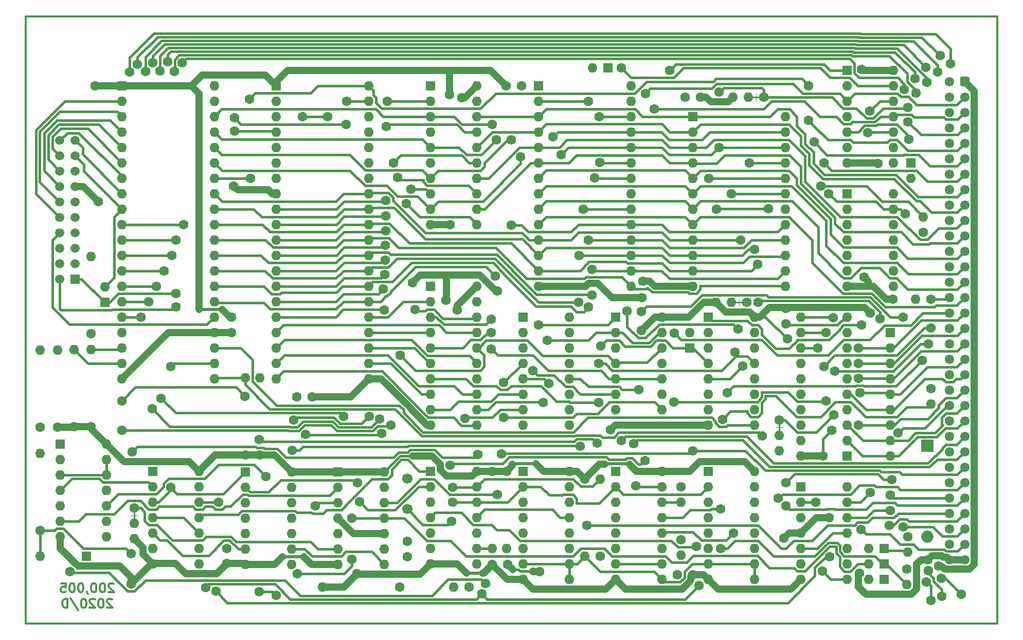
<source format=gbr>
%TF.GenerationSoftware,KiCad,Pcbnew,(5.1.6)-1*%
%TF.CreationDate,2020-09-27T17:15:56+01:00*%
%TF.ProjectId,6502A_CPU,36353032-415f-4435-9055-2e6b69636164,rev?*%
%TF.SameCoordinates,Original*%
%TF.FileFunction,Copper,L2,Bot*%
%TF.FilePolarity,Positive*%
%FSLAX46Y46*%
G04 Gerber Fmt 4.6, Leading zero omitted, Abs format (unit mm)*
G04 Created by KiCad (PCBNEW (5.1.6)-1) date 2020-09-27 17:15:56*
%MOMM*%
%LPD*%
G01*
G04 APERTURE LIST*
%TA.AperFunction,NonConductor*%
%ADD10C,0.300000*%
%TD*%
%TA.AperFunction,EtchedComponent*%
%ADD11C,0.250000*%
%TD*%
%TA.AperFunction,EtchedComponent*%
%ADD12C,0.120000*%
%TD*%
%TA.AperFunction,EtchedComponent*%
%ADD13C,0.380000*%
%TD*%
%TA.AperFunction,ComponentPad*%
%ADD14C,1.600000*%
%TD*%
%TA.AperFunction,ComponentPad*%
%ADD15O,1.600000X1.600000*%
%TD*%
%TA.AperFunction,ComponentPad*%
%ADD16C,1.550000*%
%TD*%
%TA.AperFunction,ComponentPad*%
%ADD17R,2.000000X2.000000*%
%TD*%
%TA.AperFunction,ComponentPad*%
%ADD18O,2.000000X2.000000*%
%TD*%
%TA.AperFunction,ComponentPad*%
%ADD19R,1.600000X1.600000*%
%TD*%
%TA.AperFunction,ComponentPad*%
%ADD20C,1.700000*%
%TD*%
%TA.AperFunction,ComponentPad*%
%ADD21C,1.520000*%
%TD*%
%TA.AperFunction,ComponentPad*%
%ADD22R,1.520000X1.520000*%
%TD*%
%TA.AperFunction,ViaPad*%
%ADD23C,1.600000*%
%TD*%
%TA.AperFunction,Conductor*%
%ADD24C,1.200000*%
%TD*%
%TA.AperFunction,Conductor*%
%ADD25C,0.500000*%
%TD*%
%TA.AperFunction,Conductor*%
%ADD26C,0.400000*%
%TD*%
G04 APERTURE END LIST*
D10*
X115114162Y-157576008D02*
X115042734Y-157504580D01*
X114899877Y-157433151D01*
X114542734Y-157433151D01*
X114399877Y-157504580D01*
X114328448Y-157576008D01*
X114257020Y-157718865D01*
X114257020Y-157861722D01*
X114328448Y-158076008D01*
X115185591Y-158933151D01*
X114257020Y-158933151D01*
X113328448Y-157433151D02*
X113185591Y-157433151D01*
X113042734Y-157504580D01*
X112971305Y-157576008D01*
X112899877Y-157718865D01*
X112828448Y-158004580D01*
X112828448Y-158361722D01*
X112899877Y-158647437D01*
X112971305Y-158790294D01*
X113042734Y-158861722D01*
X113185591Y-158933151D01*
X113328448Y-158933151D01*
X113471305Y-158861722D01*
X113542734Y-158790294D01*
X113614162Y-158647437D01*
X113685591Y-158361722D01*
X113685591Y-158004580D01*
X113614162Y-157718865D01*
X113542734Y-157576008D01*
X113471305Y-157504580D01*
X113328448Y-157433151D01*
X111899877Y-157433151D02*
X111757020Y-157433151D01*
X111614162Y-157504580D01*
X111542734Y-157576008D01*
X111471305Y-157718865D01*
X111399877Y-158004580D01*
X111399877Y-158361722D01*
X111471305Y-158647437D01*
X111542734Y-158790294D01*
X111614162Y-158861722D01*
X111757020Y-158933151D01*
X111899877Y-158933151D01*
X112042734Y-158861722D01*
X112114162Y-158790294D01*
X112185591Y-158647437D01*
X112257020Y-158361722D01*
X112257020Y-158004580D01*
X112185591Y-157718865D01*
X112114162Y-157576008D01*
X112042734Y-157504580D01*
X111899877Y-157433151D01*
X110685591Y-158861722D02*
X110685591Y-158933151D01*
X110757020Y-159076008D01*
X110828448Y-159147437D01*
X109757020Y-157433151D02*
X109614162Y-157433151D01*
X109471305Y-157504580D01*
X109399877Y-157576008D01*
X109328448Y-157718865D01*
X109257020Y-158004580D01*
X109257020Y-158361722D01*
X109328448Y-158647437D01*
X109399877Y-158790294D01*
X109471305Y-158861722D01*
X109614162Y-158933151D01*
X109757020Y-158933151D01*
X109899877Y-158861722D01*
X109971305Y-158790294D01*
X110042734Y-158647437D01*
X110114162Y-158361722D01*
X110114162Y-158004580D01*
X110042734Y-157718865D01*
X109971305Y-157576008D01*
X109899877Y-157504580D01*
X109757020Y-157433151D01*
X108328448Y-157433151D02*
X108185591Y-157433151D01*
X108042734Y-157504580D01*
X107971305Y-157576008D01*
X107899877Y-157718865D01*
X107828448Y-158004580D01*
X107828448Y-158361722D01*
X107899877Y-158647437D01*
X107971305Y-158790294D01*
X108042734Y-158861722D01*
X108185591Y-158933151D01*
X108328448Y-158933151D01*
X108471305Y-158861722D01*
X108542734Y-158790294D01*
X108614162Y-158647437D01*
X108685591Y-158361722D01*
X108685591Y-158004580D01*
X108614162Y-157718865D01*
X108542734Y-157576008D01*
X108471305Y-157504580D01*
X108328448Y-157433151D01*
X106471305Y-157433151D02*
X107185591Y-157433151D01*
X107257020Y-158147437D01*
X107185591Y-158076008D01*
X107042734Y-158004580D01*
X106685591Y-158004580D01*
X106542734Y-158076008D01*
X106471305Y-158147437D01*
X106399877Y-158290294D01*
X106399877Y-158647437D01*
X106471305Y-158790294D01*
X106542734Y-158861722D01*
X106685591Y-158933151D01*
X107042734Y-158933151D01*
X107185591Y-158861722D01*
X107257020Y-158790294D01*
X114864162Y-160126008D02*
X114792734Y-160054580D01*
X114649877Y-159983151D01*
X114292734Y-159983151D01*
X114149877Y-160054580D01*
X114078448Y-160126008D01*
X114007020Y-160268865D01*
X114007020Y-160411722D01*
X114078448Y-160626008D01*
X114935591Y-161483151D01*
X114007020Y-161483151D01*
X113078448Y-159983151D02*
X112935591Y-159983151D01*
X112792734Y-160054580D01*
X112721305Y-160126008D01*
X112649877Y-160268865D01*
X112578448Y-160554580D01*
X112578448Y-160911722D01*
X112649877Y-161197437D01*
X112721305Y-161340294D01*
X112792734Y-161411722D01*
X112935591Y-161483151D01*
X113078448Y-161483151D01*
X113221305Y-161411722D01*
X113292734Y-161340294D01*
X113364162Y-161197437D01*
X113435591Y-160911722D01*
X113435591Y-160554580D01*
X113364162Y-160268865D01*
X113292734Y-160126008D01*
X113221305Y-160054580D01*
X113078448Y-159983151D01*
X112007020Y-160126008D02*
X111935591Y-160054580D01*
X111792734Y-159983151D01*
X111435591Y-159983151D01*
X111292734Y-160054580D01*
X111221305Y-160126008D01*
X111149877Y-160268865D01*
X111149877Y-160411722D01*
X111221305Y-160626008D01*
X112078448Y-161483151D01*
X111149877Y-161483151D01*
X110221305Y-159983151D02*
X110078448Y-159983151D01*
X109935591Y-160054580D01*
X109864162Y-160126008D01*
X109792734Y-160268865D01*
X109721305Y-160554580D01*
X109721305Y-160911722D01*
X109792734Y-161197437D01*
X109864162Y-161340294D01*
X109935591Y-161411722D01*
X110078448Y-161483151D01*
X110221305Y-161483151D01*
X110364162Y-161411722D01*
X110435591Y-161340294D01*
X110507020Y-161197437D01*
X110578448Y-160911722D01*
X110578448Y-160554580D01*
X110507020Y-160268865D01*
X110435591Y-160126008D01*
X110364162Y-160054580D01*
X110221305Y-159983151D01*
X108007020Y-159911722D02*
X109292734Y-161840294D01*
X107507020Y-161483151D02*
X107507020Y-159983151D01*
X107149877Y-159983151D01*
X106935591Y-160054580D01*
X106792734Y-160197437D01*
X106721305Y-160340294D01*
X106649877Y-160626008D01*
X106649877Y-160840294D01*
X106721305Y-161126008D01*
X106792734Y-161268865D01*
X106935591Y-161411722D01*
X107149877Y-161483151D01*
X107507020Y-161483151D01*
D11*
X224650620Y-131172780D02*
X224650620Y-132422780D01*
D12*
X224050620Y-131772780D02*
X225250620Y-131772780D01*
D11*
X118478620Y-145701580D02*
X118478620Y-146951580D01*
D12*
X117878620Y-146301580D02*
X119078620Y-146301580D01*
D11*
X218666620Y-111167980D02*
X217416620Y-111167980D01*
D12*
X218066620Y-110567980D02*
X218066620Y-111767980D01*
D11*
X221460620Y-77385980D02*
X220210620Y-77385980D01*
D12*
X220860620Y-76785980D02*
X220860620Y-77985980D01*
D13*
X260584000Y-64084000D02*
X100584000Y-64084000D01*
X260584000Y-164084000D02*
X260584000Y-64084000D01*
X100584000Y-164084000D02*
X260584000Y-164084000D01*
X100584000Y-64084000D02*
X100584000Y-164084000D01*
D14*
X224650620Y-130522780D03*
D15*
X224650620Y-133062780D03*
X224650620Y-135602780D03*
D14*
X118478620Y-145051580D03*
D15*
X118478620Y-147591580D03*
X118478620Y-150131580D03*
D14*
X225793620Y-114723980D03*
X225793620Y-112183980D03*
X147790220Y-126738180D03*
X145250220Y-126738180D03*
X245681820Y-155135380D03*
D15*
X245681820Y-157675380D03*
D16*
X252659200Y-153542800D03*
X252659200Y-151002800D03*
X252659200Y-148462800D03*
X252659200Y-145922800D03*
X252659200Y-143382800D03*
X252659200Y-140842800D03*
X252659200Y-138302800D03*
X252659200Y-135762800D03*
X252659200Y-133222800D03*
X252659200Y-130682800D03*
X252659200Y-128142800D03*
X252659200Y-125602800D03*
X252659200Y-123062800D03*
X252659200Y-120522800D03*
X252659200Y-117982800D03*
X252659200Y-115442800D03*
X252659200Y-112902800D03*
X252659200Y-110362800D03*
X252659200Y-107822800D03*
X252659200Y-105282800D03*
X252659200Y-102742800D03*
X252659200Y-100202800D03*
X252659200Y-97662800D03*
X252659200Y-95122800D03*
X252659200Y-92582800D03*
X252659200Y-90042800D03*
X252659200Y-87502800D03*
X252659200Y-84962800D03*
X252659200Y-82422800D03*
X252659200Y-79882800D03*
X252659200Y-77342800D03*
X252659200Y-74802800D03*
X255199200Y-153542800D03*
X255199200Y-151002800D03*
X255199200Y-148462800D03*
X255199200Y-145922800D03*
X255199200Y-143382800D03*
X255199200Y-140842800D03*
X255199200Y-138302800D03*
X255199200Y-135762800D03*
X255199200Y-133222800D03*
X255199200Y-130682800D03*
X255199200Y-128142800D03*
X255199200Y-125602800D03*
X255199200Y-123062800D03*
X255199200Y-120522800D03*
X255199200Y-117982800D03*
X255199200Y-115442800D03*
X255199200Y-112902800D03*
X255199200Y-110362800D03*
X255199200Y-107822800D03*
X255199200Y-105282800D03*
X255199200Y-102742800D03*
X255199200Y-100202800D03*
X255199200Y-97662800D03*
X255199200Y-95122800D03*
X255199200Y-92582800D03*
X255199200Y-90042800D03*
X255199200Y-87502800D03*
X255199200Y-84962800D03*
X255199200Y-82422800D03*
X255199200Y-79882800D03*
X255199200Y-77342800D03*
%TA.AperFunction,ComponentPad*%
G36*
G01*
X254674199Y-74027800D02*
X255724201Y-74027800D01*
G75*
G02*
X255974200Y-74277799I0J-249999D01*
G01*
X255974200Y-75327801D01*
G75*
G02*
X255724201Y-75577800I-249999J0D01*
G01*
X254674199Y-75577800D01*
G75*
G02*
X254424200Y-75327801I0J249999D01*
G01*
X254424200Y-74277799D01*
G75*
G02*
X254674199Y-74027800I249999J0D01*
G01*
G37*
%TD.AperFunction*%
D14*
X163436620Y-150537980D03*
X163436620Y-153037980D03*
D17*
X249060020Y-134789980D03*
D18*
X249060020Y-149789980D03*
D15*
X243446620Y-93260980D03*
X235826620Y-108500980D03*
X243446620Y-95800980D03*
X235826620Y-105960980D03*
X243446620Y-98340980D03*
X235826620Y-103420980D03*
X243446620Y-100880980D03*
X235826620Y-100880980D03*
X243446620Y-103420980D03*
X235826620Y-98340980D03*
X243446620Y-105960980D03*
X235826620Y-95800980D03*
X243446620Y-108500980D03*
D19*
X235826620Y-93260980D03*
D15*
X129146620Y-138980980D03*
X121526620Y-154220980D03*
X129146620Y-141520980D03*
X121526620Y-151680980D03*
X129146620Y-144060980D03*
X121526620Y-149140980D03*
X129146620Y-146600980D03*
X121526620Y-146600980D03*
X129146620Y-149140980D03*
X121526620Y-144060980D03*
X129146620Y-151680980D03*
X121526620Y-141520980D03*
X129146620Y-154220980D03*
D19*
X121526620Y-138980980D03*
X110604620Y-152950980D03*
D15*
X102984620Y-152950980D03*
X174866620Y-138980980D03*
X167246620Y-154220980D03*
X174866620Y-141520980D03*
X167246620Y-151680980D03*
X174866620Y-144060980D03*
X167246620Y-149140980D03*
X174866620Y-146600980D03*
X167246620Y-146600980D03*
X174866620Y-149140980D03*
X167246620Y-144060980D03*
X174866620Y-151680980D03*
X167246620Y-141520980D03*
X174866620Y-154220980D03*
D19*
X167246620Y-138980980D03*
D15*
X190106620Y-138980980D03*
X182486620Y-156760980D03*
X190106620Y-141520980D03*
X182486620Y-154220980D03*
X190106620Y-144060980D03*
X182486620Y-151680980D03*
X190106620Y-146600980D03*
X182486620Y-149140980D03*
X190106620Y-149140980D03*
X182486620Y-146600980D03*
X190106620Y-151680980D03*
X182486620Y-144060980D03*
X190106620Y-154220980D03*
X182486620Y-141520980D03*
X190106620Y-156760980D03*
D19*
X182486620Y-138980980D03*
D15*
X205346620Y-138980980D03*
X197726620Y-156760980D03*
X205346620Y-141520980D03*
X197726620Y-154220980D03*
X205346620Y-144060980D03*
X197726620Y-151680980D03*
X205346620Y-146600980D03*
X197726620Y-149140980D03*
X205346620Y-149140980D03*
X197726620Y-146600980D03*
X205346620Y-151680980D03*
X197726620Y-144060980D03*
X205346620Y-154220980D03*
X197726620Y-141520980D03*
X205346620Y-156760980D03*
D19*
X197726620Y-138980980D03*
D15*
X220586620Y-138980980D03*
X212966620Y-156760980D03*
X220586620Y-141520980D03*
X212966620Y-154220980D03*
X220586620Y-144060980D03*
X212966620Y-151680980D03*
X220586620Y-146600980D03*
X212966620Y-149140980D03*
X220586620Y-149140980D03*
X212966620Y-146600980D03*
X220586620Y-151680980D03*
X212966620Y-144060980D03*
X220586620Y-154220980D03*
X212966620Y-141520980D03*
X220586620Y-156760980D03*
D19*
X212966620Y-138980980D03*
D15*
X159626620Y-139087860D03*
X152006620Y-154327860D03*
X159626620Y-141627860D03*
X152006620Y-151787860D03*
X159626620Y-144167860D03*
X152006620Y-149247860D03*
X159626620Y-146707860D03*
X152006620Y-146707860D03*
X159626620Y-149247860D03*
X152006620Y-144167860D03*
X159626620Y-151787860D03*
X152006620Y-141627860D03*
X159626620Y-154327860D03*
D19*
X152006620Y-139087860D03*
D15*
X131691380Y-75473560D03*
X116451380Y-123733560D03*
X131691380Y-78013560D03*
X116451380Y-121193560D03*
X131691380Y-80553560D03*
X116451380Y-118653560D03*
X131691380Y-83093560D03*
X116451380Y-116113560D03*
X131691380Y-85633560D03*
X116451380Y-113573560D03*
X131691380Y-88173560D03*
X116451380Y-111033560D03*
X131691380Y-90713560D03*
X116451380Y-108493560D03*
X131691380Y-93253560D03*
X116451380Y-105953560D03*
X131691380Y-95793560D03*
X116451380Y-103413560D03*
X131691380Y-98333560D03*
X116451380Y-100873560D03*
X131691380Y-100873560D03*
X116451380Y-98333560D03*
X131691380Y-103413560D03*
X116451380Y-95793560D03*
X131691380Y-105953560D03*
X116451380Y-93253560D03*
X131691380Y-108493560D03*
X116451380Y-90713560D03*
X131691380Y-111033560D03*
X116451380Y-88173560D03*
X131691380Y-113573560D03*
X116451380Y-85633560D03*
X131691380Y-116113560D03*
X116451380Y-83093560D03*
X131691380Y-118653560D03*
X116451380Y-80553560D03*
X131691380Y-121193560D03*
X116451380Y-78013560D03*
X131691380Y-123733560D03*
D19*
X116451380Y-75473560D03*
D15*
X157091380Y-75473560D03*
X141851380Y-123733560D03*
X157091380Y-78013560D03*
X141851380Y-121193560D03*
X157091380Y-80553560D03*
X141851380Y-118653560D03*
X157091380Y-83093560D03*
X141851380Y-116113560D03*
X157091380Y-85633560D03*
X141851380Y-113573560D03*
X157091380Y-88173560D03*
X141851380Y-111033560D03*
X157091380Y-90713560D03*
X141851380Y-108493560D03*
X157091380Y-93253560D03*
X141851380Y-105953560D03*
X157091380Y-95793560D03*
X141851380Y-103413560D03*
X157091380Y-98333560D03*
X141851380Y-100873560D03*
X157091380Y-100873560D03*
X141851380Y-98333560D03*
X157091380Y-103413560D03*
X141851380Y-95793560D03*
X157091380Y-105953560D03*
X141851380Y-93253560D03*
X157091380Y-108493560D03*
X141851380Y-90713560D03*
X157091380Y-111033560D03*
X141851380Y-88173560D03*
X157091380Y-113573560D03*
X141851380Y-85633560D03*
X157091380Y-116113560D03*
X141851380Y-83093560D03*
X157091380Y-118653560D03*
X141851380Y-80553560D03*
X157091380Y-121193560D03*
X141851380Y-78013560D03*
X157091380Y-123733560D03*
D19*
X141851380Y-75473560D03*
D15*
X174871380Y-75473560D03*
X167251380Y-98333560D03*
X174871380Y-78013560D03*
X167251380Y-95793560D03*
X174871380Y-80553560D03*
X167251380Y-93253560D03*
X174871380Y-83093560D03*
X167251380Y-90713560D03*
X174871380Y-85633560D03*
X167251380Y-88173560D03*
X174871380Y-88173560D03*
X167251380Y-85633560D03*
X174871380Y-90713560D03*
X167251380Y-83093560D03*
X174871380Y-93253560D03*
X167251380Y-80553560D03*
X174871380Y-95793560D03*
X167251380Y-78013560D03*
X174871380Y-98333560D03*
D19*
X167251380Y-75473560D03*
D15*
X174866620Y-108500980D03*
X167246620Y-131360980D03*
X174866620Y-111040980D03*
X167246620Y-128820980D03*
X174866620Y-113580980D03*
X167246620Y-126280980D03*
X174866620Y-116120980D03*
X167246620Y-123740980D03*
X174866620Y-118660980D03*
X167246620Y-121200980D03*
X174866620Y-121200980D03*
X167246620Y-118660980D03*
X174866620Y-123740980D03*
X167246620Y-116120980D03*
X174866620Y-126280980D03*
X167246620Y-113580980D03*
X174866620Y-128820980D03*
X167246620Y-111040980D03*
X174866620Y-131360980D03*
D19*
X167246620Y-108500980D03*
D15*
X228206620Y-136440980D03*
X235826620Y-113580980D03*
X228206620Y-133900980D03*
X235826620Y-116120980D03*
X228206620Y-131360980D03*
X235826620Y-118660980D03*
X228206620Y-128820980D03*
X235826620Y-121200980D03*
X228206620Y-126280980D03*
X235826620Y-123740980D03*
X228206620Y-123740980D03*
X235826620Y-126280980D03*
X228206620Y-121200980D03*
X235826620Y-128820980D03*
X228206620Y-118660980D03*
X235826620Y-131360980D03*
X228206620Y-116120980D03*
X235826620Y-133900980D03*
X228206620Y-113580980D03*
D19*
X235826620Y-136440980D03*
D15*
X225671380Y-80553560D03*
X210431380Y-108493560D03*
X225671380Y-83093560D03*
X210431380Y-105953560D03*
X225671380Y-85633560D03*
X210431380Y-103413560D03*
X225671380Y-88173560D03*
X210431380Y-100873560D03*
X225671380Y-90713560D03*
X210431380Y-98333560D03*
X225671380Y-93253560D03*
X210431380Y-95793560D03*
X225671380Y-95793560D03*
X210431380Y-93253560D03*
X225671380Y-98333560D03*
X210431380Y-90713560D03*
X225671380Y-100873560D03*
X210431380Y-88173560D03*
X225671380Y-103413560D03*
X210431380Y-85633560D03*
X225671380Y-105953560D03*
X210431380Y-83093560D03*
X225671380Y-108493560D03*
D19*
X210431380Y-80553560D03*
D15*
X243451380Y-72933560D03*
X235831380Y-88173560D03*
X243451380Y-75473560D03*
X235831380Y-85633560D03*
X243451380Y-78013560D03*
X235831380Y-83093560D03*
X243451380Y-80553560D03*
X235831380Y-80553560D03*
X243451380Y-83093560D03*
X235831380Y-78013560D03*
X243451380Y-85633560D03*
X235831380Y-75473560D03*
X243451380Y-88173560D03*
D19*
X235831380Y-72933560D03*
D15*
X235826620Y-141520980D03*
X228206620Y-156760980D03*
X235826620Y-144060980D03*
X228206620Y-154220980D03*
X235826620Y-146600980D03*
X228206620Y-151680980D03*
X235826620Y-149140980D03*
X228206620Y-149140980D03*
X235826620Y-151680980D03*
X228206620Y-146600980D03*
X235826620Y-154220980D03*
X228206620Y-144060980D03*
X235826620Y-156760980D03*
D19*
X228206620Y-141520980D03*
D15*
X144386620Y-139087860D03*
X136766620Y-154327860D03*
X144386620Y-141627860D03*
X136766620Y-151787860D03*
X144386620Y-144167860D03*
X136766620Y-149247860D03*
X144386620Y-146707860D03*
X136766620Y-146707860D03*
X144386620Y-149247860D03*
X136766620Y-144167860D03*
X144386620Y-151787860D03*
X136766620Y-141627860D03*
X144386620Y-154327860D03*
D19*
X136766620Y-139087860D03*
D15*
X113906620Y-134535980D03*
X106286620Y-149775980D03*
X113906620Y-137075980D03*
X106286620Y-147235980D03*
X113906620Y-139615980D03*
X106286620Y-144695980D03*
X113906620Y-142155980D03*
X106286620Y-142155980D03*
X113906620Y-144695980D03*
X106286620Y-139615980D03*
X113906620Y-147235980D03*
X106286620Y-137075980D03*
X113906620Y-149775980D03*
D19*
X106286620Y-134535980D03*
D15*
X220586620Y-113580980D03*
X212966620Y-131360980D03*
X220586620Y-116120980D03*
X212966620Y-128820980D03*
X220586620Y-118660980D03*
X212966620Y-126280980D03*
X220586620Y-121200980D03*
X212966620Y-123740980D03*
X220586620Y-123740980D03*
X212966620Y-121200980D03*
X220586620Y-126280980D03*
X212966620Y-118660980D03*
X220586620Y-128820980D03*
X212966620Y-116120980D03*
X220586620Y-131360980D03*
D19*
X212966620Y-113580980D03*
D15*
X190106620Y-113580980D03*
X182486620Y-131360980D03*
X190106620Y-116120980D03*
X182486620Y-128820980D03*
X190106620Y-118660980D03*
X182486620Y-126280980D03*
X190106620Y-121200980D03*
X182486620Y-123740980D03*
X190106620Y-123740980D03*
X182486620Y-121200980D03*
X190106620Y-126280980D03*
X182486620Y-118660980D03*
X190106620Y-128820980D03*
X182486620Y-116120980D03*
X190106620Y-131360980D03*
D19*
X182486620Y-113580980D03*
X242938620Y-116146380D03*
D15*
X242938620Y-118686380D03*
X242938620Y-121226380D03*
X242938620Y-123766380D03*
X242938620Y-126306380D03*
X242938620Y-128846380D03*
X242938620Y-131386380D03*
X242938620Y-133926380D03*
X242938620Y-136466380D03*
X205346620Y-113580980D03*
X197726620Y-128820980D03*
X205346620Y-116120980D03*
X197726620Y-126280980D03*
X205346620Y-118660980D03*
X197726620Y-123740980D03*
X205346620Y-121200980D03*
X197726620Y-121200980D03*
X205346620Y-123740980D03*
X197726620Y-118660980D03*
X205346620Y-126280980D03*
X197726620Y-116120980D03*
X205346620Y-128820980D03*
D19*
X197726620Y-113580980D03*
D15*
X200271380Y-75473560D03*
X185031380Y-108493560D03*
X200271380Y-78013560D03*
X185031380Y-105953560D03*
X200271380Y-80553560D03*
X185031380Y-103413560D03*
X200271380Y-83093560D03*
X185031380Y-100873560D03*
X200271380Y-85633560D03*
X185031380Y-98333560D03*
X200271380Y-88173560D03*
X185031380Y-95793560D03*
X200271380Y-90713560D03*
X185031380Y-93253560D03*
X200271380Y-93253560D03*
X185031380Y-90713560D03*
X200271380Y-95793560D03*
X185031380Y-88173560D03*
X200271380Y-98333560D03*
X185031380Y-85633560D03*
X200271380Y-100873560D03*
X185031380Y-83093560D03*
X200271380Y-103413560D03*
X185031380Y-80553560D03*
X200271380Y-105953560D03*
X185031380Y-78013560D03*
X200271380Y-108493560D03*
D19*
X185031380Y-75473560D03*
D14*
X117945220Y-152544580D03*
X117945220Y-157544580D03*
X173596620Y-158030980D03*
D15*
X171056620Y-158030980D03*
D14*
X245859620Y-149775980D03*
D15*
X245859620Y-152315980D03*
D14*
X105905620Y-131741980D03*
D15*
X105905620Y-119041980D03*
D14*
X102984620Y-131741980D03*
D15*
X102984620Y-119041980D03*
D14*
X111341220Y-116298780D03*
D15*
X111341220Y-103598780D03*
D14*
X102984620Y-148759980D03*
D15*
X102984620Y-136059980D03*
D14*
X139179620Y-136313980D03*
D15*
X139179620Y-123613980D03*
D14*
X136766620Y-136313980D03*
D15*
X136766620Y-123613980D03*
D14*
X177406620Y-138980980D03*
D15*
X177406620Y-151680980D03*
D14*
X179819620Y-138980980D03*
D15*
X179819620Y-151680980D03*
D14*
X195186620Y-152950980D03*
D15*
X195186620Y-140250980D03*
D14*
X111366620Y-131614980D03*
D15*
X111366620Y-118914980D03*
D14*
X108572620Y-131614980D03*
D15*
X108572620Y-118914980D03*
D14*
X162166620Y-158030980D03*
D15*
X149466620Y-158030980D03*
D14*
X192646620Y-140250980D03*
D15*
X192646620Y-152950980D03*
D20*
X163411220Y-140225580D03*
X163411220Y-145225580D03*
D14*
X182232620Y-75480980D03*
X179732620Y-75480980D03*
X211696620Y-77385980D03*
X209196620Y-77385980D03*
X133718620Y-151680980D03*
X133718620Y-154180980D03*
X134480620Y-116120980D03*
X134480620Y-113620980D03*
D19*
X241922620Y-156760980D03*
D15*
X239382620Y-156760980D03*
D19*
X196456620Y-72559980D03*
D15*
X193916620Y-72559980D03*
D19*
X209918620Y-118660980D03*
D15*
X209918620Y-116120980D03*
D19*
X246367620Y-88180980D03*
D15*
X246367620Y-90720980D03*
D19*
X113627220Y-111167980D03*
D15*
X113627220Y-108627980D03*
D14*
X179946620Y-154347980D03*
X177446620Y-154347980D03*
X219316620Y-111167980D03*
D15*
X216776620Y-111167980D03*
X214236620Y-111167980D03*
D14*
X222110620Y-77385980D03*
D15*
X219570620Y-77385980D03*
X217030620Y-77385980D03*
D14*
X208521620Y-150283980D03*
D15*
X208521620Y-152823980D03*
D14*
X208521620Y-141520980D03*
D15*
X208521620Y-144060980D03*
D14*
X248399620Y-99610980D03*
D15*
X248399620Y-97070980D03*
D14*
X249669620Y-110659980D03*
D15*
X247129620Y-110659980D03*
D14*
X249669620Y-125391980D03*
D15*
X249669620Y-127931980D03*
D21*
X106235820Y-84472580D03*
X108775820Y-84472580D03*
X106235820Y-87012580D03*
X108775820Y-87012580D03*
X106235820Y-89552580D03*
X108775820Y-89552580D03*
X106235820Y-92092580D03*
X108775820Y-92092580D03*
X106235820Y-94632580D03*
X108775820Y-94632580D03*
X106235820Y-97172580D03*
X108775820Y-97172580D03*
X106235820Y-99712580D03*
X108775820Y-99712580D03*
X106235820Y-102252580D03*
X108775820Y-102252580D03*
X106235820Y-104792580D03*
X108775820Y-104792580D03*
X106235820Y-107332580D03*
D22*
X108775820Y-107332580D03*
D19*
X241922620Y-151680980D03*
D15*
X239382620Y-151680980D03*
D19*
X241922620Y-154220980D03*
D15*
X239382620Y-154220980D03*
D14*
X210426620Y-155998980D03*
X207886620Y-155998980D03*
D23*
X112541222Y-94530980D03*
X134861620Y-91990980D03*
X225412620Y-150029980D03*
X238231393Y-72763180D03*
X185179020Y-155541780D03*
X201943020Y-115816180D03*
X172428220Y-77462180D03*
X171691620Y-112412580D03*
X239675061Y-112946529D03*
X250903582Y-154576270D03*
X231889620Y-136440970D03*
X232854820Y-146600980D03*
X225986676Y-117167600D03*
X233322349Y-132239651D03*
X112009040Y-75473560D03*
X155181620Y-155871980D03*
X202225813Y-107697367D03*
X202077698Y-110397377D03*
X237843504Y-155749863D03*
X196888420Y-132122980D03*
X240906620Y-88270979D03*
X238646020Y-107027780D03*
X243395820Y-110609180D03*
X164300220Y-107916780D03*
X178295620Y-109288380D03*
X170478620Y-98391780D03*
X170366829Y-76995030D03*
X169761220Y-110837780D03*
X249159983Y-153539332D03*
X170878821Y-141597180D03*
X170878820Y-144086380D03*
X170701020Y-147261380D03*
X211010820Y-151350780D03*
X201054020Y-141368580D03*
X170446631Y-137971190D03*
X202552620Y-137209190D03*
X249593420Y-160266180D03*
X248881831Y-157194501D03*
X155257820Y-140860580D03*
X155560249Y-144007809D03*
X107889748Y-155538852D03*
X176283793Y-157466032D03*
X242811620Y-147918004D03*
X214998620Y-151680980D03*
X214998620Y-145203980D03*
X217157620Y-149140980D03*
X215354220Y-130421180D03*
X231510756Y-92029109D03*
X222898020Y-95750180D03*
X214286621Y-95870980D03*
X248168656Y-120716016D03*
X216090820Y-126052380D03*
X121425020Y-128693980D03*
X158901876Y-130337893D03*
X178244820Y-142860978D03*
X249212420Y-155338580D03*
X251438244Y-159592239D03*
X242937171Y-145417992D03*
X244224211Y-132666500D03*
X154292620Y-146727980D03*
X154292620Y-153458980D03*
X145284727Y-155887799D03*
X148272820Y-144645180D03*
X238138020Y-148582180D03*
X238239620Y-114901780D03*
X239249410Y-83246614D03*
X201508471Y-125544380D03*
X201968420Y-112641180D03*
X245027859Y-113631780D03*
X239585820Y-79646580D03*
X241224812Y-113903585D03*
X221218777Y-111193380D03*
X239611220Y-142511580D03*
X125309201Y-109743561D03*
X125340413Y-111943342D03*
X177406620Y-81830980D03*
X178110236Y-84439596D03*
X117685020Y-73261289D03*
X252823242Y-71844758D03*
X180581620Y-84370980D03*
X119621620Y-113573561D03*
X119012020Y-71924980D03*
X251117420Y-70553380D03*
X182100511Y-87159871D03*
X120884200Y-111033560D03*
X120310017Y-73172075D03*
X250698286Y-73240890D03*
X229476620Y-75480980D03*
X230399077Y-84763544D03*
X137585620Y-90771780D03*
X137427020Y-77716180D03*
X116421220Y-127398580D03*
X136690420Y-126630370D03*
X122161620Y-108493561D03*
X121510027Y-71721780D03*
X248816784Y-72437372D03*
X218300620Y-100880980D03*
X123424200Y-105953560D03*
X122727457Y-73047641D03*
X248919135Y-74934812D03*
X220586620Y-102404980D03*
X124701620Y-103420980D03*
X123952032Y-71517407D03*
X246977220Y-74337980D03*
X221124141Y-104904992D03*
X125329200Y-100873560D03*
X125127469Y-73120584D03*
X247177016Y-76665769D03*
X126352044Y-71737742D03*
X126584599Y-98340980D03*
X245266083Y-76074517D03*
X193843799Y-105725588D03*
X193843799Y-109988003D03*
X191757620Y-103420980D03*
X231000620Y-118660980D03*
X191604121Y-111163253D03*
X193281620Y-100880980D03*
X193281620Y-111929980D03*
X232321420Y-116171780D03*
X180581620Y-98467980D03*
X177914620Y-106849980D03*
X233540620Y-113707980D03*
X245046704Y-148170001D03*
X124473020Y-141647980D03*
X124498422Y-121734380D03*
X249237820Y-118007801D03*
X139046410Y-158788214D03*
X141847174Y-159449192D03*
X245986618Y-84320180D03*
X233667620Y-129684580D03*
X233831243Y-122462055D03*
X134988620Y-82973980D03*
X221856620Y-133138980D03*
X242938620Y-142917980D03*
X225793651Y-140836120D03*
X243186410Y-140341012D03*
X134963220Y-80789580D03*
X153429020Y-78046380D03*
X153403620Y-81830980D03*
X132398010Y-144060980D03*
X160139389Y-78063561D03*
X159626620Y-112406370D03*
X159491391Y-108978884D03*
X122923620Y-126966780D03*
X152946420Y-129960601D03*
X159708884Y-106578872D03*
X163995420Y-92492780D03*
X159766448Y-104178860D03*
X163249949Y-94892790D03*
X159829820Y-101778848D03*
X161791820Y-90573561D03*
X159906020Y-99378837D03*
X159906020Y-96918580D03*
X161156830Y-88173561D03*
X159880620Y-94403980D03*
X159982220Y-82186580D03*
X254643736Y-159245904D03*
X251281544Y-156592107D03*
X139052620Y-133773980D03*
X193027620Y-147870980D03*
X194678620Y-134332780D03*
X210426620Y-135597001D03*
X193281620Y-78020980D03*
X178936830Y-136136180D03*
X164706620Y-112310980D03*
X177279618Y-118874992D03*
X116446620Y-132249980D03*
X202654220Y-76750980D03*
X160747585Y-131399360D03*
X224486642Y-143425980D03*
X194958020Y-127627180D03*
X199631620Y-112615780D03*
X194958020Y-121250981D03*
X217363184Y-119349144D03*
X217894222Y-115587580D03*
X159194820Y-132737905D03*
X146698870Y-132925580D03*
X204076614Y-79290980D03*
X162217420Y-119854780D03*
X140195618Y-139895380D03*
X144742220Y-130560612D03*
X157141849Y-129960601D03*
X214752040Y-85633560D03*
X188725013Y-86855800D03*
X177281147Y-116120980D03*
X225745715Y-144712352D03*
X206616620Y-72940980D03*
X198665009Y-133894413D03*
X186480630Y-117390980D03*
X172936220Y-130294180D03*
X232016620Y-88180980D03*
X187439620Y-83862980D03*
X177279400Y-113979957D03*
X185046619Y-114870979D03*
X185763220Y-127677980D03*
X198671380Y-72534580D03*
X200698420Y-134459780D03*
X186761033Y-124500138D03*
X195059620Y-80553561D03*
X195110420Y-88104780D03*
X194271460Y-90703050D03*
X192400040Y-95793560D03*
X237731620Y-118660980D03*
X237731620Y-121200980D03*
X237731620Y-123692833D03*
X237919756Y-126092844D03*
X237731620Y-131360980D03*
X219705040Y-88173560D03*
X229476620Y-81195980D03*
X179311620Y-124375980D03*
X213093620Y-90753559D03*
X130213420Y-158138780D03*
X175679420Y-159161548D03*
X211471294Y-157790915D03*
X216776620Y-93253559D03*
X232823210Y-93260980D03*
X245402751Y-96594776D03*
X131935632Y-158773780D03*
X232948455Y-153032412D03*
X214744620Y-76547970D03*
X245834220Y-79036980D03*
X245859620Y-81449980D03*
X230656621Y-144060980D03*
X231734848Y-155412293D03*
X195313620Y-118330780D03*
X144488220Y-135520380D03*
X191910020Y-134869559D03*
X150330220Y-80630980D03*
X146190020Y-80586380D03*
X118148420Y-135755180D03*
X175069820Y-136212380D03*
X184080620Y-122394780D03*
X179311620Y-130116380D03*
X218656220Y-121632780D03*
X249669620Y-115377801D03*
X207321620Y-127576380D03*
X232346820Y-127373180D03*
X231991220Y-121734380D03*
X207378620Y-116247980D03*
D24*
X108775820Y-92092580D02*
X110102822Y-92092580D01*
X110102822Y-92092580D02*
X112541222Y-94530980D01*
X135496620Y-92625980D02*
X134861620Y-91990980D01*
X141851380Y-93253560D02*
X141204200Y-93253560D01*
X140576620Y-92625980D02*
X135496620Y-92625980D01*
X141204200Y-93253560D02*
X140576620Y-92625980D01*
X191376620Y-138980980D02*
X192646620Y-140250980D01*
X190106620Y-138980980D02*
X191376620Y-138980980D01*
X205346620Y-138980980D02*
X201155620Y-138980980D01*
X201155620Y-138980980D02*
X200012620Y-137837980D01*
X192646620Y-140250980D02*
X195059620Y-137837980D01*
X195059620Y-137837980D02*
X195694620Y-137837980D01*
D25*
X199905619Y-137730979D02*
X200012620Y-137837980D01*
X196055621Y-137730979D02*
X199905619Y-137730979D01*
X195948620Y-137837980D02*
X196055621Y-137730979D01*
D24*
X195694620Y-137837980D02*
X195948620Y-137837980D01*
X190106620Y-138980980D02*
X185881610Y-138980980D01*
X185881610Y-138980980D02*
X184645620Y-137744990D01*
X174866620Y-138980980D02*
X179819620Y-138980980D01*
D25*
X184631609Y-137730979D02*
X184645620Y-137744990D01*
X181069621Y-137730979D02*
X184631609Y-137730979D01*
D24*
X211526619Y-137380979D02*
X218986619Y-137380979D01*
X209926618Y-138980980D02*
X211526619Y-137380979D01*
X218986619Y-137380979D02*
X220586620Y-138980980D01*
X205346620Y-138980980D02*
X209926618Y-138980980D01*
X213392616Y-78147980D02*
X212630616Y-77385980D01*
X216268620Y-78147980D02*
X213392616Y-78147980D01*
X217030620Y-77385980D02*
X216268620Y-78147980D01*
X212630616Y-77385980D02*
X211696620Y-77385980D01*
X180708620Y-138091980D02*
X180708620Y-137837980D01*
X179819620Y-138980980D02*
X180708620Y-138091980D01*
X228206620Y-149140980D02*
X226301620Y-149140980D01*
X226301620Y-149140980D02*
X225412620Y-150029980D01*
X108445620Y-131741980D02*
X108572620Y-131614980D01*
X105905620Y-131741980D02*
X108445620Y-131741980D01*
X209766220Y-113580980D02*
X205346620Y-113580980D01*
X214236620Y-111167980D02*
X212179220Y-111167980D01*
X212179220Y-111167980D02*
X209766220Y-113580980D01*
X243451380Y-72933560D02*
X238401773Y-72933560D01*
X238401773Y-72933560D02*
X238231393Y-72763180D01*
X139179620Y-136313980D02*
X136766620Y-136313980D01*
X108572620Y-131614980D02*
X111366620Y-131614980D01*
X111366620Y-131995980D02*
X113906620Y-134535980D01*
X111366620Y-131614980D02*
X111366620Y-131995980D01*
X131813620Y-136313980D02*
X136766620Y-136313980D01*
X129146620Y-138980980D02*
X131813620Y-136313980D01*
X113906620Y-134535980D02*
X116751619Y-137380979D01*
X127546619Y-137380979D02*
X129146620Y-138980980D01*
X116751619Y-137380979D02*
X127546619Y-137380979D01*
X141612740Y-136313980D02*
X144386620Y-139087860D01*
X139179620Y-136313980D02*
X141612740Y-136313980D01*
X144386620Y-139087860D02*
X152006620Y-139087860D01*
X152006620Y-139087860D02*
X159626620Y-139087860D01*
D26*
X162248100Y-136466380D02*
X159626620Y-139087860D01*
X164300220Y-136466380D02*
X162248100Y-136466380D01*
D24*
X154546620Y-149247860D02*
X159626620Y-149247860D01*
X152006620Y-146707860D02*
X154546620Y-149247860D01*
X179946620Y-154347980D02*
X180810220Y-155211580D01*
D26*
X181701218Y-155211580D02*
X181955218Y-155465580D01*
X180810220Y-155211580D02*
X181701218Y-155211580D01*
X181955218Y-155465580D02*
X184061420Y-155465580D01*
D24*
X184061420Y-155465580D02*
X184137620Y-155541780D01*
X184137620Y-155541780D02*
X185179020Y-155541780D01*
X131698800Y-116120980D02*
X131691380Y-116113560D01*
X134480620Y-116120980D02*
X131698800Y-116120980D01*
X124071380Y-116113560D02*
X116451380Y-123733560D01*
X131691380Y-116113560D02*
X124071380Y-116113560D01*
X205346620Y-113580980D02*
X204178220Y-113580980D01*
X204178220Y-113580980D02*
X201943020Y-115816180D01*
X174871380Y-75473560D02*
X172882760Y-77462180D01*
X172882760Y-77462180D02*
X172428220Y-77462180D01*
X174866620Y-108500980D02*
X171691620Y-111675980D01*
X171691620Y-111675980D02*
X171691620Y-112412580D01*
X219786621Y-112780981D02*
X215849621Y-112780981D01*
X220586620Y-113580980D02*
X219786621Y-112780981D01*
X215849621Y-112780981D02*
X214236620Y-111167980D01*
X169888416Y-139780979D02*
X168846621Y-138739184D01*
X168846621Y-137818863D02*
X167494138Y-136466380D01*
X174866620Y-138980980D02*
X174066621Y-139780979D01*
X167494138Y-136466380D02*
X164300220Y-136466380D01*
X168846621Y-138739184D02*
X168846621Y-137818863D01*
X174066621Y-139780979D02*
X169888416Y-139780979D01*
X255199200Y-74802800D02*
X256774201Y-76377801D01*
X251903199Y-155117801D02*
X251361668Y-154576270D01*
X255955202Y-155117800D02*
X251903199Y-155117801D01*
X256774201Y-154298801D02*
X255955202Y-155117800D01*
X251361668Y-154576270D02*
X250903582Y-154576270D01*
X256774201Y-76377801D02*
X256774201Y-154298801D01*
X228206620Y-136440980D02*
X231889610Y-136440980D01*
X231889610Y-136440980D02*
X231889620Y-136440970D01*
X230746620Y-146600980D02*
X232854820Y-146600980D01*
X228206620Y-149140980D02*
X230746620Y-146600980D01*
X223050221Y-111980979D02*
X238709511Y-111980979D01*
X220586620Y-113580980D02*
X221450220Y-113580980D01*
X238709511Y-111980979D02*
X239675061Y-112946529D01*
X221450220Y-113580980D02*
X223050221Y-111980979D01*
D26*
X220586620Y-113580980D02*
X222400056Y-113580980D01*
X222400056Y-113580980D02*
X225986676Y-117167600D01*
X231889620Y-133672380D02*
X231889620Y-136440970D01*
X233322349Y-132239651D02*
X231889620Y-133672380D01*
D24*
X116451380Y-75473560D02*
X112009040Y-75473560D01*
X134480620Y-113620980D02*
X134266620Y-113620980D01*
X134266620Y-113620980D02*
X133591620Y-112945980D01*
X116451380Y-75473560D02*
X127869200Y-75473560D01*
X127869200Y-75473560D02*
X129146620Y-76750980D01*
X129146620Y-76750980D02*
X129146620Y-112310980D01*
X132956620Y-112310980D02*
X133591620Y-112945980D01*
X140101379Y-73723559D02*
X141851380Y-75473560D01*
X129619201Y-73723559D02*
X140101379Y-73723559D01*
X127869200Y-75473560D02*
X129619201Y-73723559D01*
X141851380Y-75473560D02*
X141851380Y-74841220D01*
X141851380Y-74841220D02*
X143751620Y-72940980D01*
X177192620Y-72940980D02*
X179732620Y-75480980D01*
D25*
X132956620Y-112310980D02*
X129146620Y-112310980D01*
D24*
X255199200Y-153542800D02*
X252659200Y-153542800D01*
X226606619Y-158360981D02*
X228206620Y-156760980D01*
X212966620Y-156760980D02*
X214566621Y-158360981D01*
X214566621Y-158360981D02*
X226606619Y-158360981D01*
X184086621Y-158360981D02*
X182486620Y-156760980D01*
X196126619Y-158360981D02*
X184086621Y-158360981D01*
X197726620Y-156760980D02*
X196126619Y-158360981D01*
X179859620Y-156760980D02*
X177446620Y-154347980D01*
X182486620Y-156760980D02*
X179859620Y-156760980D01*
X167246620Y-154220980D02*
X171691620Y-154220980D01*
X171691620Y-154220980D02*
X173215620Y-155744980D01*
D25*
X173215620Y-155744980D02*
X175795620Y-155744980D01*
D24*
X155237501Y-155927861D02*
X155181620Y-155871980D01*
X167246620Y-154220980D02*
X165539739Y-155927861D01*
X165539739Y-155927861D02*
X155237501Y-155927861D01*
X153022620Y-158030980D02*
X149466620Y-158030980D01*
X155181620Y-155871980D02*
X153022620Y-158030980D01*
X152006620Y-154327860D02*
X147668500Y-154327860D01*
X147668500Y-154327860D02*
X146545620Y-153204980D01*
X136619740Y-154180980D02*
X136766620Y-154327860D01*
X133718620Y-154180980D02*
X136619740Y-154180980D01*
X136766620Y-154327860D02*
X141612740Y-154327860D01*
X141612740Y-154327860D02*
X142735620Y-153204980D01*
X146418499Y-153077859D02*
X146545620Y-153204980D01*
D25*
X142862741Y-153077859D02*
X146418499Y-153077859D01*
D24*
X142735620Y-153204980D02*
X142862741Y-153077859D01*
X193257249Y-108025609D02*
X194793253Y-108025609D01*
X185031380Y-108493560D02*
X192789298Y-108493560D01*
X192789298Y-108493560D02*
X193257249Y-108025609D01*
X204153376Y-108493560D02*
X203357183Y-107697367D01*
X203357183Y-107697367D02*
X202225813Y-107697367D01*
X210431380Y-108493560D02*
X204153376Y-108493560D01*
X194793253Y-108025609D02*
X197165021Y-110397377D01*
X197165021Y-110397377D02*
X202077698Y-110397377D01*
X197650420Y-131360980D02*
X212966620Y-131360980D01*
X196888420Y-132122980D02*
X197650420Y-131360980D01*
X163823644Y-128539430D02*
X166645194Y-131360980D01*
X163823644Y-128471228D02*
X163823644Y-128539430D01*
X157091380Y-123733560D02*
X159085976Y-123733560D01*
X159085976Y-123733560D02*
X163823644Y-128471228D01*
X166645194Y-131360980D02*
X167246620Y-131360980D01*
X235831380Y-88173560D02*
X240809201Y-88173560D01*
X240809201Y-88173560D02*
X240906620Y-88270979D01*
X235826620Y-108500980D02*
X239331820Y-108500980D01*
X239331820Y-108500980D02*
X239331820Y-107713580D01*
X239331820Y-107713580D02*
X238646020Y-107027780D01*
X240156250Y-108500980D02*
X242264450Y-110609180D01*
X242264450Y-110609180D02*
X243395820Y-110609180D01*
X239331820Y-108500980D02*
X240156250Y-108500980D01*
X165570220Y-106646780D02*
X164300220Y-107916780D01*
X177985018Y-109288380D02*
X175343418Y-106646780D01*
X178295620Y-109288380D02*
X177985018Y-109288380D01*
X167251380Y-98333560D02*
X170420400Y-98333560D01*
X170420400Y-98333560D02*
X170478620Y-98391780D01*
X170366829Y-76995030D02*
X170366829Y-73317989D01*
X170366829Y-73317989D02*
X169989820Y-72940980D01*
X169989820Y-72940980D02*
X177192620Y-72940980D01*
X169888220Y-110710780D02*
X169761220Y-110837780D01*
X169888220Y-106646780D02*
X169888220Y-110710780D01*
X169888220Y-106646780D02*
X165570220Y-106646780D01*
X175343418Y-106646780D02*
X169888220Y-106646780D01*
X176049620Y-155744980D02*
X175795620Y-155744980D01*
X177446620Y-154347980D02*
X176049620Y-155744980D01*
X252659200Y-153542800D02*
X252294212Y-153177812D01*
X252294212Y-153177812D02*
X251680981Y-153177812D01*
X249791629Y-152907686D02*
X249159983Y-153539332D01*
X251680981Y-153177812D02*
X251410855Y-152907686D01*
X251410855Y-152907686D02*
X249791629Y-152907686D01*
X238976021Y-159275381D02*
X246449821Y-159275381D01*
X237843504Y-155749863D02*
X237731620Y-155861747D01*
X237731620Y-158030980D02*
X238976021Y-159275381D01*
X246449821Y-159275381D02*
X247281821Y-158443381D01*
X237731620Y-155861747D02*
X237731620Y-158030980D01*
X247281821Y-154286124D02*
X248028613Y-153539332D01*
X247281821Y-158443381D02*
X247281821Y-154286124D01*
X248028613Y-153539332D02*
X249159983Y-153539332D01*
X212966620Y-156760980D02*
X212204620Y-155998980D01*
X212204620Y-155998980D02*
X210426620Y-155998980D01*
X199326621Y-158360981D02*
X197726620Y-156760980D01*
X208714850Y-158360981D02*
X199326621Y-158360981D01*
X210086632Y-156989199D02*
X208714850Y-158360981D01*
X210086632Y-156338968D02*
X210086632Y-156989199D01*
X210426620Y-155998980D02*
X210086632Y-156338968D01*
X125256620Y-154140980D02*
X121348820Y-154140980D01*
X126936621Y-155820981D02*
X125256620Y-154140980D01*
X133718620Y-154180980D02*
X132078619Y-155820981D01*
X121348820Y-154140980D02*
X117945220Y-157544580D01*
X132078619Y-155820981D02*
X126936621Y-155820981D01*
X119926619Y-151579579D02*
X118478620Y-150131580D01*
X119926619Y-152620979D02*
X119926619Y-151579579D01*
X121526620Y-154220980D02*
X119926619Y-152620979D01*
X143751620Y-72940980D02*
X169989820Y-72940980D01*
X154086760Y-126738180D02*
X157091380Y-123733560D01*
X147790220Y-126738180D02*
X154086760Y-126738180D01*
D26*
X234196221Y-114920979D02*
X225990619Y-114920979D01*
X225990619Y-114920979D02*
X225793620Y-114723980D01*
X235536220Y-113580980D02*
X234196221Y-114920979D01*
X235826620Y-113580980D02*
X235536220Y-113580980D01*
D24*
X109215618Y-154601980D02*
X106286620Y-151672982D01*
X106286620Y-151672982D02*
X106286620Y-149775980D01*
X116133990Y-154601980D02*
X109215618Y-154601980D01*
X117945220Y-157544580D02*
X117945220Y-156413210D01*
X117945220Y-156413210D02*
X116133990Y-154601980D01*
D26*
X102984620Y-148759980D02*
X102984620Y-152950980D01*
X105397620Y-148759980D02*
X105721619Y-148435981D01*
X102984620Y-148759980D02*
X105397620Y-148759980D01*
X110084021Y-151744581D02*
X106775421Y-148435981D01*
X106775421Y-148435981D02*
X105721619Y-148435981D01*
X117145221Y-151744581D02*
X110084021Y-151744581D01*
X117945220Y-152544580D02*
X117145221Y-151744581D01*
X190706621Y-140270979D02*
X176116621Y-140270979D01*
X191936623Y-141500981D02*
X190706621Y-140270979D01*
X193936619Y-141500981D02*
X191936623Y-141500981D01*
X176116621Y-140270979D02*
X174866620Y-141520980D01*
X195186620Y-140250980D02*
X193936619Y-141500981D01*
X174790420Y-141597180D02*
X174866620Y-141520980D01*
X170878821Y-141597180D02*
X174790420Y-141597180D01*
X211676621Y-142810979D02*
X212966620Y-141520980D01*
X199016619Y-142810979D02*
X211676621Y-142810979D01*
X197726620Y-141520980D02*
X199016619Y-142810979D01*
X194983420Y-144264180D02*
X197726620Y-141520980D01*
X191306621Y-143484979D02*
X191306621Y-144264180D01*
X191306621Y-144264180D02*
X194983420Y-144264180D01*
X188969821Y-142860979D02*
X190682621Y-142860979D01*
X185407620Y-141520980D02*
X186830020Y-142943380D01*
X186830020Y-142943380D02*
X188836620Y-142943380D01*
X190682621Y-142860979D02*
X191306621Y-143484979D01*
X182486620Y-141520980D02*
X185407620Y-141520980D01*
X188836620Y-142943380D02*
X188862020Y-142968780D01*
X188862020Y-142968780D02*
X188969821Y-142860979D01*
X174866620Y-144060980D02*
X171107420Y-144060980D01*
X171107420Y-144060980D02*
X171082020Y-144086380D01*
X171082020Y-144086380D02*
X170878820Y-144086380D01*
X170161419Y-147800981D02*
X170701020Y-147261380D01*
X163411220Y-145225580D02*
X165986621Y-147800981D01*
X165986621Y-147800981D02*
X170161419Y-147800981D01*
X182486620Y-141520980D02*
X179915018Y-144092582D01*
X174898222Y-144092582D02*
X174866620Y-144060980D01*
X179915018Y-144092582D02*
X174898222Y-144092582D01*
X190106620Y-146600980D02*
X188582620Y-146600980D01*
X176156619Y-145310981D02*
X174866620Y-146600980D01*
X187292621Y-145310981D02*
X176156619Y-145310981D01*
X188582620Y-146600980D02*
X187292621Y-145310981D01*
X210877619Y-151483981D02*
X211010820Y-151350780D01*
X182006018Y-150436380D02*
X206898018Y-150436380D01*
X167246620Y-146600980D02*
X168046619Y-145800981D01*
X172290619Y-145800981D02*
X174290619Y-147800981D01*
X180228018Y-148658380D02*
X182006018Y-150436380D01*
X207945619Y-151483981D02*
X210877619Y-151483981D01*
X178194020Y-148658380D02*
X180228018Y-148658380D01*
X177336621Y-147800981D02*
X178194020Y-148658380D01*
X174290619Y-147800981D02*
X177336621Y-147800981D01*
X168046619Y-145800981D02*
X172290619Y-145800981D01*
X206898018Y-150436380D02*
X207945619Y-151483981D01*
X205346620Y-141520980D02*
X201206420Y-141520980D01*
X201206420Y-141520980D02*
X201054020Y-141368580D01*
X201898430Y-137863380D02*
X202552620Y-137209190D01*
X201452246Y-137863380D02*
X201898430Y-137863380D01*
X200426838Y-136837972D02*
X201452246Y-137863380D01*
X199598402Y-136837972D02*
X200426838Y-136837972D01*
X199355405Y-137080969D02*
X199598402Y-136837972D01*
X196605836Y-137080969D02*
X199355405Y-137080969D01*
X196362837Y-136837970D02*
X196605836Y-137080969D01*
X196345610Y-136837970D02*
X196362837Y-136837970D01*
X196177220Y-136669580D02*
X196345610Y-136837970D01*
X180179434Y-136669580D02*
X196177220Y-136669580D01*
X179106424Y-137742590D02*
X180179434Y-136669580D01*
X170675231Y-137742590D02*
X179106424Y-137742590D01*
X170446631Y-137971190D02*
X170675231Y-137742590D01*
X174866620Y-151680980D02*
X177406620Y-151680980D01*
X249593420Y-160266180D02*
X249593420Y-157906090D01*
X249593420Y-157906090D02*
X248881831Y-157194501D01*
X165265818Y-141520980D02*
X167246620Y-141520980D01*
X161418937Y-145367861D02*
X165265818Y-141520980D01*
X156920301Y-145367861D02*
X161418937Y-145367861D01*
X155560249Y-144007809D02*
X156920301Y-145367861D01*
X137566619Y-142427859D02*
X140584141Y-142427859D01*
X136766620Y-141627860D02*
X137566619Y-142427859D01*
X154825099Y-140427859D02*
X155257820Y-140860580D01*
X140584141Y-142427859D02*
X142584141Y-140427859D01*
X142584141Y-140427859D02*
X154825099Y-140427859D01*
X114338420Y-155668780D02*
X115441679Y-156772039D01*
X107889748Y-155538852D02*
X108019676Y-155668780D01*
X108019676Y-155668780D02*
X114338420Y-155668780D01*
X170148421Y-156830979D02*
X175648740Y-156830979D01*
X167500620Y-159478780D02*
X170148421Y-156830979D01*
X145859820Y-159478780D02*
X167500620Y-159478780D01*
X175648740Y-156830979D02*
X176283793Y-157466032D01*
X118521221Y-158744581D02*
X120327022Y-156938780D01*
X115441679Y-156772039D02*
X117414221Y-158744581D01*
X117414221Y-158744581D02*
X118521221Y-158744581D01*
X120327022Y-156938780D02*
X143319820Y-156938780D01*
X143319820Y-156938780D02*
X145859820Y-159478780D01*
X105025819Y-100922581D02*
X106235820Y-99712580D01*
X105025819Y-112040142D02*
X105025819Y-100922581D01*
X107809238Y-114823561D02*
X105025819Y-112040142D01*
X130441379Y-114823561D02*
X107809238Y-114823561D01*
X131691380Y-113573560D02*
X130441379Y-114823561D01*
X255199200Y-145922800D02*
X253884201Y-147237799D01*
X245964504Y-147237799D02*
X245646705Y-146920000D01*
X243448699Y-147918004D02*
X242811620Y-147918004D01*
X244446703Y-146920000D02*
X243448699Y-147918004D01*
X253884201Y-147237799D02*
X245964504Y-147237799D01*
X245646705Y-146920000D02*
X244446703Y-146920000D01*
X163520993Y-137101380D02*
X165400593Y-138980980D01*
X160871220Y-139619262D02*
X160871220Y-138691802D01*
X157583139Y-140287861D02*
X160202621Y-140287861D01*
X153206621Y-144743861D02*
X153206621Y-144664379D01*
X135580098Y-146118380D02*
X136190619Y-145507859D01*
X144962621Y-145507859D02*
X145217542Y-145762780D01*
X165400593Y-138980980D02*
X167246620Y-138980980D01*
X162461642Y-137101380D02*
X163520993Y-137101380D01*
X153206621Y-144664379D02*
X157583139Y-140287861D01*
X129629220Y-146118380D02*
X135580098Y-146118380D01*
X152582621Y-145367861D02*
X153206621Y-144743861D01*
X145217542Y-145762780D02*
X147614418Y-145762780D01*
X149534621Y-145972181D02*
X150138941Y-145367861D01*
X160202621Y-140287861D02*
X160871220Y-139619262D01*
X129146620Y-146600980D02*
X129629220Y-146118380D01*
X147614418Y-145762780D02*
X147823819Y-145972181D01*
X160871220Y-138691802D02*
X162461642Y-137101380D01*
X147823819Y-145972181D02*
X149534621Y-145972181D01*
X136190619Y-145507859D02*
X144962621Y-145507859D01*
X150138941Y-145367861D02*
X152582621Y-145367861D01*
X195206619Y-155510979D02*
X192646620Y-152950980D01*
X204096619Y-155510979D02*
X195206619Y-155510979D01*
X205346620Y-156760980D02*
X204096619Y-155510979D01*
X220586620Y-154220980D02*
X212966620Y-154220980D01*
X182486620Y-154220980D02*
X190106620Y-154220980D01*
X191376620Y-154220980D02*
X192646620Y-152950980D01*
X190106620Y-154220980D02*
X191376620Y-154220980D01*
X190106620Y-154220980D02*
X190106620Y-156760980D01*
X220586620Y-154220980D02*
X220586620Y-156760980D01*
X209086621Y-156506016D02*
X208343656Y-157248981D01*
X212966620Y-154220980D02*
X210354618Y-154220980D01*
X210354618Y-154220980D02*
X209086621Y-155488977D01*
X209086621Y-155488977D02*
X209086621Y-156506016D01*
X208343656Y-157248981D02*
X205834621Y-157248981D01*
X205834621Y-157248981D02*
X205346620Y-156760980D01*
X197726620Y-154220980D02*
X205346620Y-154220980D01*
X205346620Y-144060980D02*
X208521620Y-144060980D01*
X209970623Y-145350979D02*
X208720622Y-146600980D01*
X213327621Y-145350979D02*
X209970623Y-145350979D01*
X208720622Y-146600980D02*
X205346620Y-146600980D01*
X213474620Y-145203980D02*
X213327621Y-145350979D01*
X214998620Y-145203980D02*
X213474620Y-145203980D01*
X242227420Y-154220980D02*
X241922620Y-154220980D01*
X245681820Y-157675380D02*
X242227420Y-154220980D01*
X234626619Y-152256981D02*
X234626619Y-151163160D01*
X217379991Y-150430979D02*
X216129990Y-151680980D01*
X235320618Y-152950980D02*
X234626619Y-152256981D01*
X221186621Y-150430979D02*
X217379991Y-150430979D01*
X234234423Y-150770964D02*
X232664289Y-150770964D01*
X223706622Y-152950980D02*
X221186621Y-150430979D01*
X230484273Y-152950980D02*
X223706622Y-152950980D01*
X242049620Y-154601980D02*
X240398620Y-152950980D01*
X240398620Y-152950980D02*
X235320618Y-152950980D01*
X216129990Y-151680980D02*
X214998620Y-151680980D01*
X232664289Y-150770964D02*
X230484273Y-152950980D01*
X234626619Y-151163160D02*
X234234423Y-150770964D01*
X215704419Y-130070981D02*
X215354220Y-130421180D01*
X210470021Y-149033979D02*
X211827023Y-150390981D01*
X205346620Y-149140980D02*
X205453621Y-149033979D01*
X215907619Y-150390981D02*
X217157620Y-149140980D01*
X205453621Y-149033979D02*
X210470021Y-149033979D01*
X211827023Y-150390981D02*
X215907619Y-150390981D01*
X236402621Y-127620979D02*
X233875023Y-127620979D01*
X219386619Y-129396981D02*
X219386619Y-129125780D01*
X224041020Y-126560380D02*
X222386632Y-126560380D01*
X231475021Y-130020981D02*
X227501621Y-130020981D01*
X222386632Y-126560380D02*
X222386632Y-127105513D01*
X221786621Y-127705523D02*
X221786621Y-129396981D01*
X219386619Y-129125780D02*
X216649620Y-129125780D01*
X221786621Y-129396981D02*
X221162621Y-130020981D01*
X216649620Y-129125780D02*
X215354220Y-130421180D01*
X220010619Y-130020981D02*
X219386619Y-129396981D01*
X221162621Y-130020981D02*
X220010619Y-130020981D01*
X227501621Y-130020981D02*
X224041020Y-126560380D01*
X238852623Y-130070981D02*
X236402621Y-127620979D01*
X244046621Y-130070981D02*
X238852623Y-130070981D01*
X245677622Y-128439980D02*
X244046621Y-130070981D01*
X249669620Y-128439980D02*
X245677622Y-128439980D01*
X233875023Y-127620979D02*
X231475021Y-130020981D01*
X222386632Y-127105513D02*
X221786621Y-127705523D01*
X239039749Y-92029109D02*
X231510756Y-92029109D01*
X241561619Y-94550979D02*
X239039749Y-92029109D01*
X245879619Y-94550979D02*
X241561619Y-94550979D01*
X248399620Y-97070980D02*
X245879619Y-94550979D01*
X222898020Y-95750180D02*
X214407421Y-95750180D01*
X214407421Y-95750180D02*
X214286621Y-95870980D01*
X248168656Y-120716016D02*
X243893691Y-124990981D01*
X238495757Y-124892843D02*
X237343755Y-124892843D01*
X238593895Y-124990981D02*
X238495757Y-124892843D01*
X237343755Y-124892843D02*
X237280255Y-124956343D01*
X216890819Y-125252381D02*
X216090820Y-126052380D01*
X237280255Y-124956343D02*
X217186857Y-124956343D01*
X243893691Y-124990981D02*
X238593895Y-124990981D01*
X217186857Y-124956343D02*
X216890819Y-125252381D01*
X242176620Y-152061980D02*
X241922620Y-151807980D01*
X245224620Y-152061980D02*
X242176620Y-152061980D01*
X121526620Y-138980980D02*
X121526620Y-139234980D01*
X120155020Y-145661180D02*
X119545420Y-145051580D01*
X134430554Y-149740972D02*
X130322630Y-149740972D01*
X135277441Y-150587859D02*
X134430554Y-149740972D01*
X124768963Y-150340981D02*
X122228963Y-147800981D01*
X147484499Y-150587859D02*
X135277441Y-150587859D01*
X152006620Y-151787860D02*
X148684500Y-151787860D01*
X119545420Y-145051580D02*
X118478620Y-145051580D01*
X129722621Y-150340981D02*
X124768963Y-150340981D01*
X122228963Y-147800981D02*
X120847489Y-147800981D01*
X148684500Y-151787860D02*
X147484499Y-150587859D01*
X130322630Y-149740972D02*
X129722621Y-150340981D01*
X120847489Y-147800981D02*
X120155020Y-147108512D01*
X120155020Y-147108512D02*
X120155020Y-145661180D01*
X121425020Y-128693980D02*
X124364654Y-131633614D01*
X151146407Y-130785135D02*
X152121886Y-131760614D01*
X152121886Y-131760614D02*
X157479155Y-131760614D01*
X144166218Y-131760614D02*
X145318222Y-131760614D01*
X157479155Y-131760614D02*
X158901876Y-130337893D01*
X146293701Y-130785135D02*
X151146407Y-130785135D01*
X145318222Y-131760614D02*
X146293701Y-130785135D01*
X144039218Y-131633614D02*
X144166218Y-131760614D01*
X124364654Y-131633614D02*
X144039218Y-131633614D01*
X165617277Y-140320979D02*
X167822621Y-140320979D01*
X170362620Y-142860978D02*
X178244820Y-142860978D01*
X159626620Y-144167860D02*
X161770396Y-144167860D01*
X161770396Y-144167860D02*
X165617277Y-140320979D01*
X167822621Y-140320979D02*
X170362620Y-142860978D01*
X249212420Y-155338580D02*
X249212420Y-155749088D01*
X251438244Y-158460869D02*
X251438244Y-159592239D01*
X250081832Y-156618500D02*
X250081832Y-157104457D01*
X250081832Y-157104457D02*
X251438244Y-158460869D01*
X249212420Y-155749088D02*
X250081832Y-156618500D01*
X240210646Y-145417992D02*
X242937171Y-145417992D01*
X239027658Y-146600980D02*
X240210646Y-145417992D01*
X235826620Y-146600980D02*
X239027658Y-146600980D01*
X248575064Y-131866501D02*
X245024210Y-131866501D01*
X245024210Y-131866501D02*
X244224211Y-132666500D01*
X252298765Y-128142800D02*
X248575064Y-131866501D01*
X252659200Y-128142800D02*
X252298765Y-128142800D01*
X159626620Y-146707860D02*
X154312740Y-146707860D01*
X154312740Y-146707860D02*
X154292620Y-146727980D01*
X152995171Y-155887799D02*
X145284727Y-155887799D01*
X154292620Y-153458980D02*
X154292620Y-154590350D01*
X154292620Y-154590350D02*
X152995171Y-155887799D01*
X228862814Y-155420981D02*
X227630619Y-155420981D01*
X191936623Y-151700979D02*
X190666623Y-152970979D01*
X209385623Y-154023981D02*
X206959625Y-154023981D01*
X190666623Y-152970979D02*
X173108619Y-152970979D01*
X210478623Y-152930981D02*
X209385623Y-154023981D01*
X170568619Y-150430979D02*
X166686617Y-150430979D01*
X162963498Y-146707860D02*
X160757990Y-146707860D01*
X160757990Y-146707860D02*
X159626620Y-146707860D01*
X236314621Y-155510979D02*
X235403819Y-155510979D01*
X232912820Y-151370975D02*
X228862814Y-155420981D01*
X237604620Y-154220980D02*
X236314621Y-155510979D01*
X166686617Y-150430979D02*
X162963498Y-146707860D01*
X173108619Y-152970979D02*
X170568619Y-150430979D01*
X195896617Y-151700979D02*
X191936623Y-151700979D01*
X205906623Y-152970979D02*
X197166617Y-152970979D01*
X197166617Y-152970979D02*
X195896617Y-151700979D01*
X206959625Y-154023981D02*
X205906623Y-152970979D01*
X221074621Y-152930981D02*
X210478623Y-152930981D01*
X227116418Y-154906780D02*
X223050420Y-154906780D01*
X223050420Y-154906780D02*
X221074621Y-152930981D01*
X233985891Y-151370975D02*
X232912820Y-151370975D01*
X234026608Y-151411692D02*
X233985891Y-151370975D01*
X234026608Y-152505513D02*
X234026608Y-151411692D01*
X234609891Y-153088795D02*
X234026608Y-152505513D01*
X234609891Y-154717051D02*
X234609891Y-153088795D01*
X235403819Y-155510979D02*
X234609891Y-154717051D01*
X227630619Y-155420981D02*
X227116418Y-154906780D01*
X239128620Y-154220980D02*
X237604620Y-154220980D01*
X152006620Y-144167860D02*
X148750140Y-144167860D01*
X148750140Y-144167860D02*
X148272820Y-144645180D01*
X110560021Y-146035979D02*
X109360020Y-147235980D01*
X117361020Y-143857780D02*
X115182821Y-146035979D01*
X117896418Y-143857780D02*
X117361020Y-143857780D01*
X132974011Y-145260981D02*
X131822009Y-145260981D01*
X137318086Y-143027868D02*
X137118079Y-142827861D01*
X131822009Y-145260981D02*
X131365886Y-144804858D01*
X133430134Y-144804858D02*
X132974011Y-145260981D01*
X136330617Y-142827861D02*
X134353620Y-144804858D01*
X134353620Y-144804858D02*
X133430134Y-144804858D01*
X119234419Y-143851579D02*
X117902619Y-143851579D01*
X119469220Y-143857780D02*
X119240620Y-143857780D01*
X137118079Y-142827861D02*
X136330617Y-142827861D01*
X128114496Y-144804858D02*
X122558744Y-144804858D01*
X140832673Y-143027869D02*
X137318086Y-143027868D01*
X109360020Y-147235980D02*
X106286620Y-147235980D01*
X150666621Y-142967859D02*
X140892683Y-142967859D01*
X122558744Y-144804858D02*
X122102621Y-145260981D01*
X115182821Y-146035979D02*
X110560021Y-146035979D01*
X152006620Y-141627860D02*
X150666621Y-142967859D01*
X130178744Y-144804858D02*
X129722621Y-145260981D01*
X140892683Y-142967859D02*
X140832673Y-143027869D01*
X119240620Y-143857780D02*
X119234419Y-143851579D01*
X131365886Y-144804858D02*
X130178744Y-144804858D01*
X129722621Y-145260981D02*
X128570619Y-145260981D01*
X128570619Y-145260981D02*
X128114496Y-144804858D01*
X122102621Y-145260981D02*
X120872421Y-145260981D01*
X120872421Y-145260981D02*
X119469220Y-143857780D01*
X117902619Y-143851579D02*
X117896418Y-143857780D01*
X146542726Y-151787860D02*
X144386620Y-151787860D01*
X147742727Y-152987861D02*
X146542726Y-151787860D01*
X152582621Y-152987861D02*
X147742727Y-152987861D01*
X153311503Y-152258979D02*
X152582621Y-152987861D01*
X157557739Y-152258979D02*
X153311503Y-152258979D01*
X159626620Y-154327860D02*
X157557739Y-152258979D01*
X255199200Y-151002800D02*
X254024199Y-152177801D01*
X254024199Y-152177801D02*
X252095199Y-152177801D01*
X238938019Y-149382179D02*
X238138020Y-148582180D01*
X242853817Y-149382179D02*
X238938019Y-149382179D01*
X247610315Y-151907675D02*
X246748620Y-151045980D01*
X251825073Y-151907675D02*
X247610315Y-151907675D01*
X244517618Y-151045980D02*
X242853817Y-149382179D01*
X246748620Y-151045980D02*
X244517618Y-151045980D01*
X252095199Y-152177801D02*
X251825073Y-151907675D01*
X221162621Y-114920979D02*
X221786621Y-115544979D01*
X238233419Y-114907981D02*
X238239620Y-114901780D01*
X220174019Y-114920979D02*
X221162621Y-114920979D01*
X212966620Y-113580980D02*
X213573211Y-114187571D01*
X221786621Y-116533581D02*
X224066420Y-118813380D01*
X213573211Y-114187571D02*
X219440611Y-114187571D01*
X227755621Y-117320981D02*
X227630619Y-117320981D01*
X219440611Y-114187571D02*
X220174019Y-114920979D01*
X221786621Y-115544979D02*
X221786621Y-116533581D01*
X224066420Y-118813380D02*
X226263222Y-118813380D01*
X226263222Y-118813380D02*
X227755621Y-117320981D01*
X235269818Y-114901780D02*
X238239620Y-114901780D01*
X232897421Y-117371781D02*
X234626619Y-115642583D01*
X234626619Y-115544979D02*
X235269818Y-114901780D01*
X234626619Y-115642583D02*
X234626619Y-115544979D01*
X228085821Y-117371781D02*
X232897421Y-117371781D01*
X228035021Y-117320981D02*
X228085821Y-117371781D01*
X227755621Y-117320981D02*
X228035021Y-117320981D01*
X239402464Y-83093560D02*
X239249410Y-83246614D01*
X243451380Y-83093560D02*
X239402464Y-83093560D01*
X193260361Y-125080979D02*
X191920362Y-123740980D01*
X191920362Y-123740980D02*
X190106620Y-123740980D01*
X198302621Y-125080979D02*
X193260361Y-125080979D01*
X198766022Y-125544380D02*
X198302621Y-125080979D01*
X201508471Y-125544380D02*
X198766022Y-125544380D01*
X211964994Y-109967979D02*
X222528021Y-109967979D01*
X242953969Y-113631780D02*
X245027859Y-113631780D01*
X222874011Y-110313969D02*
X239636158Y-110313969D01*
X239636158Y-110313969D02*
X242953969Y-113631780D01*
X222528021Y-109967979D02*
X222874011Y-110313969D01*
X210091792Y-111841181D02*
X211964994Y-109967979D01*
X202768419Y-111841181D02*
X210091792Y-111841181D01*
X201968420Y-112641180D02*
X202768419Y-111841181D01*
X241218840Y-78013560D02*
X239585820Y-79646580D01*
X243451380Y-78013560D02*
X241218840Y-78013560D01*
X132822750Y-118653560D02*
X131691380Y-118653560D01*
X137979619Y-124189981D02*
X137979619Y-120661379D01*
X213542621Y-130160979D02*
X193145512Y-130160979D01*
X214166621Y-130784979D02*
X213542621Y-130160979D01*
X214166621Y-131009583D02*
X214166621Y-130784979D01*
X214778219Y-131621181D02*
X214166621Y-131009583D01*
X215930221Y-131621181D02*
X214778219Y-131621181D01*
X162098767Y-128160580D02*
X141950218Y-128160580D01*
X141950218Y-128160580D02*
X137979619Y-124189981D01*
X166018563Y-132560981D02*
X162823633Y-129366051D01*
X137979619Y-120661379D02*
X135971800Y-118653560D01*
X220586620Y-131360980D02*
X216190422Y-131360980D01*
X190745510Y-132560981D02*
X166018563Y-132560981D01*
X193145512Y-130160979D02*
X190745510Y-132560981D01*
X162823633Y-128885446D02*
X162098767Y-128160580D01*
X216190422Y-131360980D02*
X215930221Y-131621181D01*
X135971800Y-118653560D02*
X132822750Y-118653560D01*
X162823633Y-129366051D02*
X162823633Y-128885446D01*
X241224812Y-113903585D02*
X241224812Y-112772215D01*
X241224812Y-112772215D02*
X239366577Y-110913980D01*
X239366577Y-110913980D02*
X221498177Y-110913980D01*
X221498177Y-110913980D02*
X221218777Y-111193380D01*
X238061820Y-144060980D02*
X239611220Y-142511580D01*
X235826620Y-144060980D02*
X238061820Y-144060980D01*
X109791820Y-107332580D02*
X113627220Y-111167980D01*
X108775820Y-107332580D02*
X109791820Y-107332580D01*
X113627220Y-111167980D02*
X114414620Y-111167980D01*
X115839039Y-109743561D02*
X125309201Y-109743561D01*
X114414620Y-111167980D02*
X115839039Y-109743561D01*
X114770220Y-112467981D02*
X106443621Y-112467981D01*
X125340413Y-111943342D02*
X124972775Y-112310980D01*
X114927221Y-112310980D02*
X114770220Y-112467981D01*
X124972775Y-112310980D02*
X114927221Y-112310980D01*
X106235820Y-112260180D02*
X106235820Y-107332580D01*
X106443621Y-112467981D02*
X106235820Y-112260180D01*
X110851200Y-121193560D02*
X116451380Y-121193560D01*
X108572620Y-118914980D02*
X110851200Y-121193560D01*
X186281381Y-97083559D02*
X185031380Y-98333560D01*
X209181379Y-97083559D02*
X186281381Y-97083559D01*
X210431380Y-98333560D02*
X209181379Y-97083559D01*
X172402820Y-81830980D02*
X177406620Y-81830980D01*
X167251380Y-80553560D02*
X171125400Y-80553560D01*
X171125400Y-80553560D02*
X172402820Y-81830980D01*
X132891381Y-79353559D02*
X158256457Y-79353559D01*
X131691380Y-80553560D02*
X132891381Y-79353559D01*
X159456458Y-80553560D02*
X167251380Y-80553560D01*
X158256457Y-79353559D02*
X159456458Y-80553560D01*
X253884201Y-111677799D02*
X250501803Y-111677799D01*
X242109464Y-111938732D02*
X239871713Y-109700981D01*
X211693960Y-97070980D02*
X210431380Y-98333560D01*
X250240870Y-111938732D02*
X242109464Y-111938732D01*
X255199200Y-110362800D02*
X253884201Y-111677799D01*
X230111620Y-100883800D02*
X226298800Y-97070980D01*
X250501803Y-111677799D02*
X250240870Y-111938732D01*
X230111620Y-104635982D02*
X230111620Y-100883800D01*
X235176619Y-109700981D02*
X230111620Y-104635982D01*
X239871713Y-109700981D02*
X235176619Y-109700981D01*
X226298800Y-97070980D02*
X211693960Y-97070980D01*
X116189960Y-118914980D02*
X116451380Y-118653560D01*
X111366620Y-118914980D02*
X116189960Y-118914980D01*
X186321379Y-94503561D02*
X185031380Y-95793560D01*
X209141381Y-94503561D02*
X186321379Y-94503561D01*
X210431380Y-95793560D02*
X209141381Y-94503561D01*
X165911381Y-84293561D02*
X167251380Y-85633560D01*
X132891381Y-84293561D02*
X165911381Y-84293561D01*
X131691380Y-83093560D02*
X132891381Y-84293561D01*
X175666271Y-86883561D02*
X178110236Y-84439596D01*
X167251380Y-85633560D02*
X171912800Y-85633560D01*
X173162801Y-86883561D02*
X175666271Y-86883561D01*
X171912800Y-85633560D02*
X173162801Y-86883561D01*
X234840218Y-106824580D02*
X231052710Y-103037072D01*
X234914218Y-106824580D02*
X234840218Y-106824580D01*
X236402621Y-107160981D02*
X235250619Y-107160981D01*
X235250619Y-107160981D02*
X234914218Y-106824580D01*
X238110622Y-105452980D02*
X236402621Y-107160981D01*
X253974199Y-109047801D02*
X245843443Y-109047801D01*
X245843443Y-109047801D02*
X243956623Y-107160981D01*
X231052710Y-103037072D02*
X231052710Y-98774070D01*
X255199200Y-107822800D02*
X253974199Y-109047801D01*
X241162618Y-105452980D02*
X238110622Y-105452980D01*
X242870619Y-107160981D02*
X241162618Y-105452980D01*
X243956623Y-107160981D02*
X242870619Y-107160981D01*
X231052710Y-98774070D02*
X226782201Y-94503561D01*
X226782201Y-94503561D02*
X211721379Y-94503561D01*
X211721379Y-94503561D02*
X210431380Y-95793560D01*
X250369919Y-66937675D02*
X252823242Y-69390998D01*
X117685020Y-73261289D02*
X117685020Y-70838980D01*
X117685020Y-70838980D02*
X121662697Y-66861303D01*
X238095298Y-66937675D02*
X250369919Y-66937675D01*
X238018926Y-66861303D02*
X238095298Y-66937675D01*
X121662697Y-66861303D02*
X238018926Y-66861303D01*
X252823242Y-69390998D02*
X252823242Y-71844758D01*
X210431380Y-93253560D02*
X209168800Y-91990980D01*
X186293960Y-91990980D02*
X185031380Y-93253560D01*
X209168800Y-91990980D02*
X186293960Y-91990980D01*
X179946620Y-84370980D02*
X176121381Y-88196219D01*
X176121381Y-88773561D02*
X175431383Y-89463559D01*
X180581620Y-84370980D02*
X179946620Y-84370980D01*
X176121381Y-88196219D02*
X176121381Y-88773561D01*
X168501381Y-89463559D02*
X167251380Y-90713560D01*
X175431383Y-89463559D02*
X168501381Y-89463559D01*
X211681381Y-92003559D02*
X210431380Y-93253560D01*
X226668262Y-92003559D02*
X211681381Y-92003559D01*
X232397620Y-101841982D02*
X232397620Y-97732917D01*
X244046621Y-104670981D02*
X235226619Y-104670981D01*
X245883441Y-106507801D02*
X244046621Y-104670981D01*
X253974199Y-106507801D02*
X245883441Y-106507801D01*
X255199200Y-105282800D02*
X253974199Y-106507801D01*
X232397620Y-97732917D02*
X226668262Y-92003559D01*
X235226619Y-104670981D02*
X232397620Y-101841982D01*
X132891381Y-86833561D02*
X153986601Y-86833561D01*
X131691380Y-85633560D02*
X132891381Y-86833561D01*
X156515379Y-89373561D02*
X165911381Y-89373561D01*
X153986601Y-86844783D02*
X156515379Y-89373561D01*
X165911381Y-89373561D02*
X167251380Y-90713560D01*
X153986601Y-86833561D02*
X153986601Y-86844783D01*
X116451380Y-113573560D02*
X119614200Y-113573560D01*
X119614200Y-113573560D02*
X119621619Y-113573560D01*
X119621619Y-113573560D02*
X119621620Y-113573561D01*
X119012020Y-70793610D02*
X122344316Y-67461314D01*
X237846766Y-67537686D02*
X248101726Y-67537686D01*
X248101726Y-67537686D02*
X251117420Y-70553380D01*
X237770394Y-67461314D02*
X237846766Y-67537686D01*
X122344316Y-67461314D02*
X237770394Y-67461314D01*
X119012020Y-71924980D02*
X119012020Y-70793610D01*
X167251380Y-95793560D02*
X168501381Y-94543559D01*
X168501381Y-94543559D02*
X175848193Y-94543559D01*
X182100511Y-88291241D02*
X182100511Y-87159871D01*
X175848193Y-94543559D02*
X182100511Y-88291241D01*
X211681381Y-89463559D02*
X210431380Y-90713560D01*
X255199200Y-102742800D02*
X253974199Y-103967801D01*
X233097631Y-100001993D02*
X233097631Y-97442963D01*
X245843443Y-103967801D02*
X244006623Y-102130981D01*
X233097631Y-97442963D02*
X227506609Y-91851941D01*
X253974199Y-103967801D02*
X245843443Y-103967801D01*
X227506609Y-90730898D02*
X226239270Y-89463559D01*
X244006623Y-102130981D02*
X235226619Y-102130981D01*
X226239270Y-89463559D02*
X211681381Y-89463559D01*
X235226619Y-102130981D02*
X233097631Y-100001993D01*
X227506609Y-91851941D02*
X227506609Y-90730898D01*
X156491379Y-91963561D02*
X153978798Y-89450980D01*
X161793967Y-93692780D02*
X160064748Y-91963561D01*
X167251380Y-95793560D02*
X165150600Y-93692780D01*
X132968800Y-89450980D02*
X131691380Y-88173560D01*
X153978798Y-89450980D02*
X132968800Y-89450980D01*
X160064748Y-91963561D02*
X156491379Y-91963561D01*
X165150600Y-93692780D02*
X161793967Y-93692780D01*
X186321379Y-89423561D02*
X185031380Y-90713560D01*
X209141381Y-89423561D02*
X186321379Y-89423561D01*
X210431380Y-90713560D02*
X209141381Y-89423561D01*
X116451380Y-111033560D02*
X120884200Y-111033560D01*
X237521862Y-68061325D02*
X237632539Y-68172002D01*
X120310017Y-73172075D02*
X120310017Y-70740213D01*
X122988905Y-68061325D02*
X237521862Y-68061325D01*
X120310017Y-70740213D02*
X122988905Y-68061325D01*
X250698286Y-72109520D02*
X250698286Y-73240890D01*
X246760768Y-68172002D02*
X250698286Y-72109520D01*
X237632539Y-68172002D02*
X246760768Y-68172002D01*
X249424443Y-88727801D02*
X247577621Y-86880979D01*
X255199200Y-87502800D02*
X253974199Y-88727801D01*
X253974199Y-88727801D02*
X249424443Y-88727801D01*
X232559092Y-86923559D02*
X230399077Y-84763544D01*
X245115039Y-86923559D02*
X232559092Y-86923559D01*
X247577621Y-86880979D02*
X245157619Y-86880979D01*
X245157619Y-86880979D02*
X245115039Y-86923559D01*
X131691380Y-90713560D02*
X136359199Y-90713560D01*
X136359199Y-90713560D02*
X136366619Y-90720980D01*
X136359199Y-90713560D02*
X137527400Y-90713560D01*
X137527400Y-90713560D02*
X137585620Y-90771780D01*
X148737440Y-75473560D02*
X157091380Y-75473560D01*
X147485420Y-76725580D02*
X148737440Y-75473560D01*
X137427020Y-77716180D02*
X138417620Y-76725580D01*
X138417620Y-76725580D02*
X147485420Y-76725580D01*
X135210831Y-125150781D02*
X136690420Y-126630370D01*
X116421220Y-127398580D02*
X118669019Y-125150781D01*
X118669019Y-125150781D02*
X135210831Y-125150781D01*
X157891379Y-77037557D02*
X157891379Y-76273559D01*
X213834416Y-74795180D02*
X202799762Y-74795180D01*
X177971383Y-76763559D02*
X175471381Y-79263561D01*
X202799762Y-74795180D02*
X200831383Y-76763559D01*
X229476620Y-75480980D02*
X228353618Y-74357978D01*
X200831383Y-76763559D02*
X177971383Y-76763559D01*
X228353618Y-74357978D02*
X214271618Y-74357978D01*
X175471381Y-79263561D02*
X159243601Y-79263561D01*
X157891379Y-76273559D02*
X157091380Y-75473560D01*
X159243601Y-79263561D02*
X158291381Y-78311341D01*
X214271618Y-74357978D02*
X213834416Y-74795180D01*
X158291381Y-78311341D02*
X158291381Y-77437559D01*
X158291381Y-77437559D02*
X157891379Y-77037557D01*
X116451380Y-108493560D02*
X117582751Y-108493561D01*
X117582751Y-108493561D02*
X122161620Y-108493561D01*
X121510027Y-71721780D02*
X121510027Y-70590410D01*
X245151425Y-68772013D02*
X248816784Y-72437372D01*
X123439101Y-68661336D02*
X237273330Y-68661336D01*
X237273330Y-68661336D02*
X237384007Y-68772013D01*
X121510027Y-70590410D02*
X123439101Y-68661336D01*
X237384007Y-68772013D02*
X245151425Y-68772013D01*
X210431380Y-100873560D02*
X218293200Y-100873560D01*
X218293200Y-100873560D02*
X218300620Y-100880980D01*
X182325764Y-99717981D02*
X166375336Y-99717981D01*
X161080622Y-93878778D02*
X160296656Y-93094812D01*
X160296656Y-93094812D02*
X157250128Y-93094812D01*
X183481343Y-100873560D02*
X182325764Y-99717981D01*
X166375336Y-99717981D02*
X161080622Y-94423267D01*
X157250128Y-93094812D02*
X157091380Y-93253560D01*
X185031380Y-100873560D02*
X183481343Y-100873560D01*
X161080622Y-94423267D02*
X161080622Y-93878778D01*
X151689241Y-94543559D02*
X132981379Y-94543559D01*
X157091380Y-93253560D02*
X152979240Y-93253560D01*
X132981379Y-94543559D02*
X131691380Y-93253560D01*
X152979240Y-93253560D02*
X151689241Y-94543559D01*
X190368040Y-100873560D02*
X185031380Y-100873560D01*
X210398560Y-100906380D02*
X206616620Y-100906380D01*
X210431380Y-100873560D02*
X210398560Y-100906380D01*
X205321220Y-99610980D02*
X191630620Y-99610980D01*
X206616620Y-100906380D02*
X205321220Y-99610980D01*
X191630620Y-99610980D02*
X190368040Y-100873560D01*
X116451380Y-105953560D02*
X123424200Y-105953560D01*
X237135475Y-69372024D02*
X244041266Y-69372024D01*
X122727457Y-70641672D02*
X124107782Y-69261347D01*
X237024798Y-69261347D02*
X237135475Y-69372024D01*
X248919135Y-74249893D02*
X248919135Y-74934812D01*
X122727457Y-73047641D02*
X122727457Y-70641672D01*
X124107782Y-69261347D02*
X237024798Y-69261347D01*
X244041266Y-69372024D02*
X248919135Y-74249893D01*
X219596658Y-102404980D02*
X220586620Y-102404980D01*
X218588078Y-103413560D02*
X219596658Y-102404980D01*
X210431380Y-103413560D02*
X218588078Y-103413560D01*
X161233022Y-95603982D02*
X157280958Y-95603982D01*
X166383020Y-100753980D02*
X161233022Y-95603982D01*
X157280958Y-95603982D02*
X157091380Y-95793560D01*
X182371800Y-100753980D02*
X166383020Y-100753980D01*
X185031380Y-103413560D02*
X182371800Y-100753980D01*
X139452289Y-97083559D02*
X138162290Y-95793560D01*
X138162290Y-95793560D02*
X131691380Y-95793560D01*
X157091380Y-95793560D02*
X153030040Y-95793560D01*
X151740041Y-97083559D02*
X139452289Y-97083559D01*
X153030040Y-95793560D02*
X151740041Y-97083559D01*
X206642020Y-103420980D02*
X210423960Y-103420980D01*
X205384599Y-102163559D02*
X206642020Y-103420980D01*
X185031380Y-103413560D02*
X186281381Y-102163559D01*
X210423960Y-103420980D02*
X210431380Y-103413560D01*
X186281381Y-102163559D02*
X205384599Y-102163559D01*
X116451380Y-103413560D02*
X124694200Y-103413560D01*
X124694200Y-103413560D02*
X124701620Y-103420980D01*
X124476711Y-69861358D02*
X236776266Y-69861358D01*
X123952032Y-71517407D02*
X123952032Y-70386037D01*
X236886943Y-69972035D02*
X243742645Y-69972035D01*
X236776266Y-69861358D02*
X236886943Y-69972035D01*
X243742645Y-69972035D02*
X246977220Y-73206610D01*
X246977220Y-73206610D02*
X246977220Y-74337980D01*
X123952032Y-70386037D02*
X124476711Y-69861358D01*
X220075573Y-105953560D02*
X221124141Y-104904992D01*
X210431380Y-105953560D02*
X220075573Y-105953560D01*
X163757178Y-101453991D02*
X160482022Y-98178835D01*
X185031380Y-105953560D02*
X180531811Y-101453991D01*
X160482022Y-98178835D02*
X157246105Y-98178835D01*
X157246105Y-98178835D02*
X157091380Y-98333560D01*
X180531811Y-101453991D02*
X163757178Y-101453991D01*
X151729239Y-99583561D02*
X140803201Y-99583561D01*
X157091380Y-98333560D02*
X152979240Y-98333560D01*
X139553200Y-98333560D02*
X131691380Y-98333560D01*
X140803201Y-99583561D02*
X139553200Y-98333560D01*
X152979240Y-98333560D02*
X151729239Y-99583561D01*
X206634600Y-105953560D02*
X210431380Y-105953560D01*
X191890623Y-105953560D02*
X193368596Y-104475587D01*
X199671379Y-104703559D02*
X205384599Y-104703559D01*
X185031380Y-105953560D02*
X191890623Y-105953560D01*
X193368596Y-104475587D02*
X199443407Y-104475587D01*
X205384599Y-104703559D02*
X206634600Y-105953560D01*
X199443407Y-104475587D02*
X199671379Y-104703559D01*
X116451380Y-100873560D02*
X125329200Y-100873560D01*
X245701019Y-74812381D02*
X247177016Y-76288378D01*
X236527734Y-70461369D02*
X236638411Y-70572046D01*
X247177016Y-76288378D02*
X247177016Y-76665769D01*
X236638411Y-70572046D02*
X242798730Y-70572046D01*
X125852415Y-70461369D02*
X236527734Y-70461369D01*
X125152043Y-73096010D02*
X125152043Y-71161741D01*
X125127469Y-73120584D02*
X125152043Y-73096010D01*
X125152043Y-71161741D02*
X125852415Y-70461369D01*
X242798730Y-70572046D02*
X245701019Y-73474335D01*
X245701019Y-73474335D02*
X245701019Y-74812381D01*
X202825815Y-108947367D02*
X200725187Y-108947367D01*
X203009386Y-108763796D02*
X202825815Y-108947367D01*
X203739159Y-109493570D02*
X203009386Y-108763796D01*
X209655388Y-109493570D02*
X203739159Y-109493570D01*
X225671380Y-108493560D02*
X225653400Y-108475580D01*
X211631381Y-108475580D02*
X211631381Y-109069561D01*
X200725187Y-108947367D02*
X200271380Y-108493560D01*
X225653400Y-108475580D02*
X211631381Y-108475580D01*
X211007381Y-109693561D02*
X209855379Y-109693561D01*
X209855379Y-109693561D02*
X209655388Y-109493570D01*
X211631381Y-109069561D02*
X211007381Y-109693561D01*
X192566939Y-107230980D02*
X183115517Y-107230980D01*
X161980976Y-102154002D02*
X160405821Y-100578847D01*
X160405821Y-100578847D02*
X157386093Y-100578847D01*
X200271380Y-108493560D02*
X198753418Y-106975598D01*
X183115517Y-107230980D02*
X178038539Y-102154002D01*
X157386093Y-100578847D02*
X157091380Y-100873560D01*
X198753418Y-106975598D02*
X192822321Y-106975598D01*
X178038539Y-102154002D02*
X161980976Y-102154002D01*
X192822321Y-106975598D02*
X192566939Y-107230980D01*
X140061200Y-100873560D02*
X131691380Y-100873560D01*
X151729239Y-102123561D02*
X141311201Y-102123561D01*
X141311201Y-102123561D02*
X140061200Y-100873560D01*
X157091380Y-100873560D02*
X152979240Y-100873560D01*
X152979240Y-100873560D02*
X151729239Y-102123561D01*
X126577179Y-98333560D02*
X126584599Y-98340980D01*
X116451380Y-98333560D02*
X126577179Y-98333560D01*
X245266083Y-75225988D02*
X245266083Y-76074517D01*
X244187676Y-74147581D02*
X245266083Y-75225988D01*
X237746417Y-74147581D02*
X244187676Y-74147581D01*
X236279202Y-71061380D02*
X237031381Y-71813559D01*
X237031381Y-73432545D02*
X237746417Y-74147581D01*
X127028406Y-71061380D02*
X236279202Y-71061380D01*
X126352044Y-71737742D02*
X127028406Y-71061380D01*
X237031381Y-71813559D02*
X237031381Y-73432545D01*
X160342450Y-102978858D02*
X160682972Y-103319380D01*
X157091380Y-103413560D02*
X157526082Y-102978858D01*
X194071771Y-105953560D02*
X193843799Y-105725588D01*
X193753776Y-109897980D02*
X193843799Y-109988003D01*
X184665552Y-109897980D02*
X193753776Y-109897980D01*
X180691643Y-105924071D02*
X184665552Y-109897980D01*
X180691643Y-105797071D02*
X180691643Y-105924071D01*
X178213952Y-103319380D02*
X180691643Y-105797071D01*
X160682972Y-103319380D02*
X178213952Y-103319380D01*
X200271380Y-105953560D02*
X194071771Y-105953560D01*
X157526082Y-102978858D02*
X160342450Y-102978858D01*
X140549201Y-104663561D02*
X139299200Y-103413560D01*
X139299200Y-103413560D02*
X131691380Y-103413560D01*
X151703839Y-104663561D02*
X140549201Y-104663561D01*
X157091380Y-103413560D02*
X152953840Y-103413560D01*
X152953840Y-103413560D02*
X151703839Y-104663561D01*
X205288400Y-105953560D02*
X200271380Y-105953560D01*
X225671380Y-105953560D02*
X224381381Y-107243559D01*
X206578399Y-107243559D02*
X205288400Y-105953560D01*
X224381381Y-107243559D02*
X206578399Y-107243559D01*
X115201379Y-94543559D02*
X115189199Y-94543559D01*
X116451380Y-95793560D02*
X115201379Y-94543559D01*
X115189199Y-94543559D02*
X110223620Y-89577980D01*
X110223620Y-88460380D02*
X108775820Y-87012580D01*
X110223620Y-89577980D02*
X110223620Y-88460380D01*
X115176620Y-107078580D02*
X113627220Y-108627980D01*
X116451380Y-95793560D02*
X115176620Y-97068320D01*
X115176620Y-97068320D02*
X115176620Y-107078580D01*
X200271380Y-103413560D02*
X191765040Y-103413560D01*
X191765040Y-103413560D02*
X191757620Y-103420980D01*
X228206620Y-118660980D02*
X231000620Y-118660980D01*
X177830565Y-103925958D02*
X185067860Y-111163253D01*
X161737798Y-103925958D02*
X177830565Y-103925958D01*
X185067860Y-111163253D02*
X191604121Y-111163253D01*
X160284886Y-105378870D02*
X161737798Y-103925958D01*
X157666070Y-105378870D02*
X160284886Y-105378870D01*
X157091380Y-105953560D02*
X157666070Y-105378870D01*
X141251379Y-107203561D02*
X140001378Y-105953560D01*
X140001378Y-105953560D02*
X131691380Y-105953560D01*
X151703839Y-107203561D02*
X141251379Y-107203561D01*
X157091380Y-105953560D02*
X152953840Y-105953560D01*
X152953840Y-105953560D02*
X151703839Y-107203561D01*
X205364600Y-103413560D02*
X201402750Y-103413560D01*
X225429958Y-103654982D02*
X219732618Y-103654982D01*
X219732618Y-103654982D02*
X218724039Y-104663561D01*
X225671380Y-103413560D02*
X225429958Y-103654982D01*
X201402750Y-103413560D02*
X200271380Y-103413560D01*
X218724039Y-104663561D02*
X206614601Y-104663561D01*
X206614601Y-104663561D02*
X205364600Y-103413560D01*
X116451380Y-93253560D02*
X109985821Y-86788001D01*
X109985821Y-85682581D02*
X108775820Y-84472580D01*
X109985821Y-86788001D02*
X109985821Y-85682581D01*
X200271380Y-100873560D02*
X193289040Y-100873560D01*
X193289040Y-100873560D02*
X193281620Y-100880980D01*
X191287619Y-112729979D02*
X190405631Y-111847991D01*
X193281620Y-111929980D02*
X192481621Y-112729979D01*
X179291621Y-106503979D02*
X179291621Y-106376979D01*
X177540611Y-104625969D02*
X164109233Y-104625969D01*
X164109233Y-104625969D02*
X160956320Y-107778882D01*
X160956320Y-107778882D02*
X157806058Y-107778882D01*
X157806058Y-107778882D02*
X157091380Y-108493560D01*
X192481621Y-112729979D02*
X191287619Y-112729979D01*
X190405631Y-111847991D02*
X184635633Y-111847991D01*
X179291621Y-106376979D02*
X177540611Y-104625969D01*
X184635633Y-111847991D02*
X179291621Y-106503979D01*
X232270620Y-116120980D02*
X232321420Y-116171780D01*
X228206620Y-116120980D02*
X232270620Y-116120980D01*
X139807200Y-108493560D02*
X131691380Y-108493560D01*
X152776040Y-108493560D02*
X151752620Y-109516980D01*
X141097199Y-109783559D02*
X139807200Y-108493560D01*
X151752620Y-109516980D02*
X142677962Y-109516980D01*
X142677962Y-109516980D02*
X142411383Y-109783559D01*
X157091380Y-108493560D02*
X152776040Y-108493560D01*
X142411383Y-109783559D02*
X141097199Y-109783559D01*
X218796041Y-102163559D02*
X206603799Y-102163559D01*
X220086040Y-100873560D02*
X218796041Y-102163559D01*
X225671380Y-100873560D02*
X220086040Y-100873560D01*
X205313800Y-100873560D02*
X200271380Y-100873560D01*
X206603799Y-102163559D02*
X205313800Y-100873560D01*
X107445821Y-83262579D02*
X106235820Y-84472580D01*
X109356621Y-83262579D02*
X107445821Y-83262579D01*
X116451380Y-90357338D02*
X109356621Y-83262579D01*
X116451380Y-90713560D02*
X116451380Y-90357338D01*
X200271380Y-98333560D02*
X191638040Y-98333560D01*
X190388039Y-99583561D02*
X183348201Y-99583561D01*
X191638040Y-98333560D02*
X190388039Y-99583561D01*
X183348201Y-99583561D02*
X182232620Y-98467980D01*
X182232620Y-98467980D02*
X180581620Y-98467980D01*
X228206620Y-113580980D02*
X233413620Y-113580980D01*
X233413620Y-113580980D02*
X233540620Y-113707980D01*
X160691393Y-109554886D02*
X160691393Y-109392007D01*
X160067393Y-110178886D02*
X160691393Y-109554886D01*
X159904514Y-110178886D02*
X160067393Y-110178886D01*
X176390620Y-105325980D02*
X177914620Y-106849980D01*
X160691393Y-109392007D02*
X164757420Y-105325980D01*
X157091380Y-111033560D02*
X159049840Y-111033560D01*
X164757420Y-105325980D02*
X176390620Y-105325980D01*
X159049840Y-111033560D02*
X159904514Y-110178886D01*
X131918791Y-111260971D02*
X131691380Y-111033560D01*
X140803201Y-112283561D02*
X139780611Y-111260971D01*
X151653039Y-112283561D02*
X140803201Y-112283561D01*
X152903040Y-111033560D02*
X151653039Y-112283561D01*
X139780611Y-111260971D02*
X131918791Y-111260971D01*
X157091380Y-111033560D02*
X152903040Y-111033560D01*
X225671380Y-98333560D02*
X224409771Y-99595169D01*
X205313800Y-98333560D02*
X200271380Y-98333560D01*
X224409771Y-99595169D02*
X206575409Y-99595169D01*
X206575409Y-99595169D02*
X205313800Y-98333560D01*
X105025819Y-85802579D02*
X106235820Y-87012580D01*
X106355029Y-82562569D02*
X105025819Y-83891779D01*
X105025819Y-83891779D02*
X105025819Y-85802579D01*
X110840389Y-82562569D02*
X106355029Y-82562569D01*
X116451380Y-88173560D02*
X110840389Y-82562569D01*
X104325809Y-87642569D02*
X106235820Y-89552580D01*
X106065076Y-81862559D02*
X104325809Y-83601826D01*
X112680379Y-81862559D02*
X106065076Y-81862559D01*
X104325809Y-83601826D02*
X104325809Y-87642569D01*
X116451380Y-85633560D02*
X112680379Y-81862559D01*
X103625799Y-83311873D02*
X103625799Y-89482559D01*
X103625799Y-89482559D02*
X106235820Y-92092580D01*
X114520369Y-81162549D02*
X105775123Y-81162549D01*
X105775123Y-81162549D02*
X103625799Y-83311873D01*
X116451380Y-83093560D02*
X114520369Y-81162549D01*
X102925789Y-83021920D02*
X102925789Y-91322549D01*
X102925789Y-91322549D02*
X106235820Y-94632580D01*
X106194149Y-79753561D02*
X102925789Y-83021920D01*
X115651381Y-79753561D02*
X106194149Y-79753561D01*
X116451380Y-80553560D02*
X115651381Y-79753561D01*
X249941643Y-148170001D02*
X245046704Y-148170001D01*
X255199200Y-148462800D02*
X253974199Y-149687801D01*
X251459443Y-149687801D02*
X249941643Y-148170001D01*
X253974199Y-149687801D02*
X251459443Y-149687801D01*
X125546021Y-142720981D02*
X124473020Y-141647980D01*
X133133499Y-142720981D02*
X125546021Y-142720981D01*
X136766620Y-139087860D02*
X133133499Y-142720981D01*
X125039242Y-121193560D02*
X124498422Y-121734380D01*
X131691380Y-121193560D02*
X125039242Y-121193560D01*
X124473020Y-142079780D02*
X124473020Y-141647980D01*
X121526620Y-144060980D02*
X122491820Y-144060980D01*
X122491820Y-144060980D02*
X124473020Y-142079780D01*
X139046410Y-158788214D02*
X141186196Y-158788214D01*
X141186196Y-158788214D02*
X141847174Y-159449192D01*
X235831380Y-83093560D02*
X237702662Y-83093560D01*
X244027381Y-81893559D02*
X245986618Y-83852796D01*
X240658886Y-82046604D02*
X240811931Y-81893559D01*
X245986618Y-83852796D02*
X245986618Y-84320180D01*
X238749618Y-82046604D02*
X240658886Y-82046604D01*
X240811931Y-81893559D02*
X244027381Y-81893559D01*
X237702662Y-83093560D02*
X238749618Y-82046604D01*
X225592418Y-130522780D02*
X224650620Y-130522780D01*
X227630619Y-132560981D02*
X225592418Y-130522780D01*
X233667620Y-129684580D02*
X230791219Y-132560981D01*
X230791219Y-132560981D02*
X227630619Y-132560981D01*
X249237820Y-118007801D02*
X247933201Y-118007801D01*
X247933201Y-118007801D02*
X243478947Y-122462055D01*
X243478947Y-122462055D02*
X233831243Y-122462055D01*
X102325779Y-93262539D02*
X106235820Y-97172580D01*
X102325779Y-82773388D02*
X102325779Y-93262539D01*
X107085607Y-78013560D02*
X102325779Y-82773388D01*
X116451380Y-78013560D02*
X107085607Y-78013560D01*
X141731800Y-82973980D02*
X141851380Y-83093560D01*
X134988620Y-82973980D02*
X141731800Y-82973980D01*
X131810960Y-123613980D02*
X131691380Y-123733560D01*
X136766620Y-123613980D02*
X131810960Y-123613980D01*
X252659200Y-143382800D02*
X243403440Y-143382800D01*
X243403440Y-143382800D02*
X242938620Y-142917980D01*
X136766620Y-123613980D02*
X136766620Y-124745350D01*
X136766620Y-124745350D02*
X140781861Y-128760591D01*
X140781861Y-128760591D02*
X161369631Y-128760591D01*
X161369631Y-128760591D02*
X165770031Y-133160992D01*
X165770031Y-133160992D02*
X190994042Y-133160992D01*
X190994042Y-133160992D02*
X191085487Y-133069547D01*
X191085487Y-133069547D02*
X195191389Y-133069547D01*
X195191389Y-133069547D02*
X195508621Y-133386779D01*
X195508621Y-133386779D02*
X197465008Y-133386779D01*
X197465008Y-133386779D02*
X198240806Y-132610981D01*
X198240806Y-132610981D02*
X221328621Y-132610981D01*
X221328621Y-132610981D02*
X221856620Y-133138980D01*
X240929818Y-139463580D02*
X241807250Y-140341012D01*
X225793651Y-140836120D02*
X227166191Y-139463580D01*
X227166191Y-139463580D02*
X240929818Y-139463580D01*
X241807250Y-140341012D02*
X243186410Y-140341012D01*
X164823655Y-128125213D02*
X166859421Y-130160979D01*
X174733419Y-131494181D02*
X174866620Y-131360980D01*
X166859421Y-130160979D02*
X171027017Y-130160979D01*
X171027017Y-130160979D02*
X172360219Y-131494181D01*
X172360219Y-131494181D02*
X174733419Y-131494181D01*
X164823655Y-128057010D02*
X164823655Y-128125213D01*
X159300204Y-122533559D02*
X164823655Y-128057010D01*
X143051381Y-122533559D02*
X159300204Y-122533559D01*
X141851380Y-123733560D02*
X143051381Y-122533559D01*
X157091380Y-78013560D02*
X153461840Y-78013560D01*
X153461840Y-78013560D02*
X153429020Y-78046380D01*
X134963220Y-80789580D02*
X136004620Y-81830980D01*
X136004620Y-81830980D02*
X153403620Y-81830980D01*
X129146620Y-144060980D02*
X132398010Y-144060980D01*
X172504420Y-126280980D02*
X174866620Y-126280980D01*
X143191379Y-119853561D02*
X160212039Y-119853561D01*
X141851380Y-121193560D02*
X143191379Y-119853561D01*
X160212039Y-119853561D02*
X165299459Y-124940981D01*
X171164421Y-124940981D02*
X172504420Y-126280980D01*
X165299459Y-124940981D02*
X171164421Y-124940981D01*
X173666619Y-120000979D02*
X174866620Y-121200980D01*
X166783219Y-120000979D02*
X173666619Y-120000979D01*
X164095801Y-117313561D02*
X166783219Y-120000979D01*
X143191379Y-117313561D02*
X164095801Y-117313561D01*
X141851380Y-118653560D02*
X143191379Y-117313561D01*
X168658115Y-114913559D02*
X169865536Y-116120980D01*
X141851380Y-116113560D02*
X143051381Y-114913559D01*
X143051381Y-114913559D02*
X168658115Y-114913559D01*
X169865536Y-116120980D02*
X174866620Y-116120980D01*
X167201379Y-78063561D02*
X167251380Y-78013560D01*
X160139389Y-78063561D02*
X167201379Y-78063561D01*
X159593809Y-112373559D02*
X159626620Y-112406370D01*
X152883841Y-112373559D02*
X159593809Y-112373559D01*
X141851380Y-113573560D02*
X151683840Y-113573560D01*
X151683840Y-113573560D02*
X152883841Y-112373559D01*
X158691392Y-109778883D02*
X159491391Y-108978884D01*
X152913117Y-109778883D02*
X158691392Y-109778883D01*
X141851380Y-111033560D02*
X151658440Y-111033560D01*
X151658440Y-111033560D02*
X152913117Y-109778883D01*
X113330619Y-140815981D02*
X120821621Y-140815981D01*
X120821621Y-140815981D02*
X121526620Y-141520980D01*
X112730628Y-140215990D02*
X113330619Y-140815981D01*
X106286620Y-142155980D02*
X108226610Y-140215990D01*
X108226610Y-140215990D02*
X112730628Y-140215990D01*
X152346421Y-129360602D02*
X152946420Y-129960601D01*
X125317442Y-129360602D02*
X152346421Y-129360602D01*
X122923620Y-126966780D02*
X125317442Y-129360602D01*
X159117624Y-107170132D02*
X159708884Y-106578872D01*
X153007268Y-107170132D02*
X159117624Y-107170132D01*
X141851380Y-108493560D02*
X151683840Y-108493560D01*
X151683840Y-108493560D02*
X153007268Y-107170132D01*
X166490600Y-92492780D02*
X167251380Y-93253560D01*
X163995420Y-92492780D02*
X166490600Y-92492780D01*
X159317700Y-104627608D02*
X159766448Y-104178860D01*
X153009792Y-104627608D02*
X159317700Y-104627608D01*
X141851380Y-105953560D02*
X151683840Y-105953560D01*
X151683840Y-105953560D02*
X153009792Y-104627608D01*
X165490718Y-97133559D02*
X163249949Y-94892790D01*
X174871380Y-98333560D02*
X173671379Y-97133559D01*
X173671379Y-97133559D02*
X165490718Y-97133559D01*
X153028820Y-102119380D02*
X159489288Y-102119380D01*
X159489288Y-102119380D02*
X159829820Y-101778848D01*
X141851380Y-103413560D02*
X151734640Y-103413560D01*
X151734640Y-103413560D02*
X153028820Y-102119380D01*
X168618220Y-91914780D02*
X173532600Y-91914780D01*
X168567420Y-91965580D02*
X168618220Y-91914780D01*
X173532600Y-91914780D02*
X174871380Y-93253560D01*
X161791820Y-90573561D02*
X162244039Y-91025780D01*
X166675379Y-91913561D02*
X168515401Y-91913561D01*
X166051379Y-91025780D02*
X166051379Y-91289561D01*
X168515401Y-91913561D02*
X168567420Y-91965580D01*
X162244039Y-91025780D02*
X166051379Y-91025780D01*
X166051379Y-91289561D02*
X166675379Y-91913561D01*
X159733194Y-99551663D02*
X159906020Y-99378837D01*
X153031137Y-99551663D02*
X159733194Y-99551663D01*
X141851380Y-100873560D02*
X151709240Y-100873560D01*
X151709240Y-100873560D02*
X153031137Y-99551663D01*
X162356832Y-86973559D02*
X161156830Y-88173561D01*
X173604258Y-88173560D02*
X172404257Y-86973559D01*
X174871380Y-88173560D02*
X173604258Y-88173560D01*
X172404257Y-86973559D02*
X162356832Y-86973559D01*
X153048020Y-97020180D02*
X159804420Y-97020180D01*
X159804420Y-97020180D02*
X159906020Y-96918580D01*
X141851380Y-98333560D02*
X151734640Y-98333560D01*
X151734640Y-98333560D02*
X153048020Y-97020180D01*
X172816858Y-83093560D02*
X171616857Y-81893559D01*
X171616857Y-81893559D02*
X160275241Y-81893559D01*
X174871380Y-83093560D02*
X172816858Y-83093560D01*
X160275241Y-81893559D02*
X159982220Y-82186580D01*
X159753620Y-94530980D02*
X159880620Y-94403980D01*
X153022620Y-94530980D02*
X159753620Y-94530980D01*
X141851380Y-95793560D02*
X151760040Y-95793560D01*
X151760040Y-95793560D02*
X153022620Y-94530980D01*
X254643736Y-159245904D02*
X251989939Y-156592107D01*
X251989939Y-156592107D02*
X251281544Y-156592107D01*
X190877996Y-134125581D02*
X191334019Y-133669558D01*
X194015398Y-133669558D02*
X194678620Y-134332780D01*
X191334019Y-133669558D02*
X194015398Y-133669558D01*
X139404221Y-134125581D02*
X190877996Y-134125581D01*
X139052620Y-133773980D02*
X139404221Y-134125581D01*
X239950606Y-146667994D02*
X239236422Y-147382178D01*
X243537173Y-146667994D02*
X239950606Y-146667994D01*
X239236422Y-147382178D02*
X237562018Y-147382178D01*
X225031620Y-151680980D02*
X221221620Y-147870980D01*
X252659200Y-145922800D02*
X244282367Y-145922800D01*
X244282367Y-145922800D02*
X243537173Y-146667994D01*
X237562018Y-147382178D02*
X237073216Y-147870980D01*
X221221620Y-147870980D02*
X193027620Y-147870980D01*
X227043621Y-150430979D02*
X225793620Y-151680980D01*
X237073216Y-147870980D02*
X232651620Y-147870980D01*
X230091621Y-150430979D02*
X227043621Y-150430979D01*
X232651620Y-147870980D02*
X230091621Y-150430979D01*
X225793620Y-151680980D02*
X225031620Y-151680980D01*
X157124200Y-113606380D02*
X157091380Y-113573560D01*
X162748824Y-111040980D02*
X160183424Y-113606380D01*
X167246620Y-111040980D02*
X162748824Y-111040980D01*
X160183424Y-113606380D02*
X157124200Y-113606380D01*
X157098800Y-116120980D02*
X157091380Y-116113560D01*
X167246620Y-116120980D02*
X157098800Y-116120980D01*
X167134678Y-121200980D02*
X167246620Y-121200980D01*
X164587258Y-118653560D02*
X167134678Y-121200980D01*
X157091380Y-118653560D02*
X164587258Y-118653560D01*
X165790916Y-126280980D02*
X167246620Y-126280980D01*
X160703496Y-121193560D02*
X165790916Y-126280980D01*
X157091380Y-121193560D02*
X160703496Y-121193560D01*
X186281381Y-79303559D02*
X185031380Y-80553560D01*
X200911379Y-79303559D02*
X186281381Y-79303559D01*
X202161380Y-80553560D02*
X200911379Y-79303559D01*
X210431380Y-80553560D02*
X202161380Y-80553560D01*
X185031380Y-80553560D02*
X174871380Y-80553560D01*
X223130523Y-80553560D02*
X210431380Y-80553560D01*
X224380524Y-79303559D02*
X223130523Y-80553560D01*
X243836593Y-90120988D02*
X232126556Y-90120988D01*
X230306653Y-88301085D02*
X230306653Y-86438901D01*
X247523405Y-93807800D02*
X243836593Y-90120988D01*
X228906631Y-83488844D02*
X227571620Y-82153833D01*
X253974199Y-93807801D02*
X247523405Y-93807800D01*
X230306653Y-86438901D02*
X228906631Y-85038880D01*
X232126556Y-90120988D02*
X230306653Y-88301085D01*
X227571620Y-82153833D02*
X227571620Y-80560980D01*
X226314199Y-79303559D02*
X224380524Y-79303559D01*
X255199200Y-92582800D02*
X253974199Y-93807801D01*
X228906631Y-85038880D02*
X228906631Y-83488844D01*
X227571620Y-80560980D02*
X226314199Y-79303559D01*
X247868451Y-94507811D02*
X247233451Y-94507811D01*
X229606642Y-88591038D02*
X229606642Y-86728855D01*
X211681381Y-81843559D02*
X210431380Y-83093560D01*
X255199200Y-95122800D02*
X253974199Y-96347801D01*
X231836603Y-90820999D02*
X229606642Y-88591038D01*
X247233451Y-94507811D02*
X243546639Y-90820999D01*
X253974199Y-96347801D02*
X249708441Y-96347801D01*
X226271381Y-81843559D02*
X211681381Y-81843559D01*
X243546639Y-90820999D02*
X231836603Y-90820999D01*
X228206620Y-83778798D02*
X226271381Y-81843559D01*
X228206620Y-85328834D02*
X228206620Y-83778798D01*
X229606642Y-86728855D02*
X228206620Y-85328834D01*
X249708441Y-96347801D02*
X247868451Y-94507811D01*
X177403960Y-83100980D02*
X174871380Y-85633560D01*
X185031380Y-83093560D02*
X185023960Y-83100980D01*
X185023960Y-83100980D02*
X177403960Y-83100980D01*
X205319201Y-81803561D02*
X186321379Y-81803561D01*
X210431380Y-83093560D02*
X206609200Y-83093560D01*
X186321379Y-81803561D02*
X185031380Y-83093560D01*
X206609200Y-83093560D02*
X205319201Y-81803561D01*
X176779040Y-90713560D02*
X174871380Y-90713560D01*
X181859040Y-85633560D02*
X176779040Y-90713560D01*
X185031380Y-85633560D02*
X181859040Y-85633560D01*
X189713041Y-84383559D02*
X188463040Y-85633560D01*
X205359199Y-84383559D02*
X189713041Y-84383559D01*
X188463040Y-85633560D02*
X185031380Y-85633560D01*
X210431380Y-85633560D02*
X206609200Y-85633560D01*
X206609200Y-85633560D02*
X205359199Y-84383559D01*
X210438800Y-85640980D02*
X210431380Y-85633560D01*
X212611020Y-85640980D02*
X210438800Y-85640980D01*
X250882803Y-98977799D02*
X248999620Y-100860980D01*
X247816622Y-100860980D02*
X244026622Y-97070980D01*
X248999620Y-100860980D02*
X247816622Y-100860980D01*
X253884201Y-98977799D02*
X250882803Y-98977799D01*
X228906631Y-91272033D02*
X228906631Y-87018809D01*
X244026622Y-97070980D02*
X234705578Y-97070980D01*
X228906631Y-87018809D02*
X226271381Y-84383559D01*
X234705578Y-97070980D02*
X228906631Y-91272033D01*
X226271381Y-84383559D02*
X213868441Y-84383559D01*
X255199200Y-97662800D02*
X253884201Y-98977799D01*
X213868441Y-84383559D02*
X212611020Y-85640980D01*
X176144040Y-95793560D02*
X174871380Y-95793560D01*
X185031380Y-88173560D02*
X183764040Y-88173560D01*
X183764040Y-88173560D02*
X176144040Y-95793560D01*
X189987040Y-88173560D02*
X185031380Y-88173560D01*
X191255821Y-86904779D02*
X189987040Y-88173560D01*
X206583800Y-88173560D02*
X205333799Y-86923559D01*
X195781401Y-86923559D02*
X195762621Y-86904779D01*
X205333799Y-86923559D02*
X195781401Y-86923559D01*
X210431380Y-88173560D02*
X206583800Y-88173560D01*
X195762621Y-86904779D02*
X191255821Y-86904779D01*
X215671841Y-86923559D02*
X214287420Y-88307980D01*
X210565800Y-88307980D02*
X210431380Y-88173560D01*
X226311379Y-86923559D02*
X215671841Y-86923559D01*
X249289574Y-101560991D02*
X246666631Y-101560991D01*
X228206620Y-91561987D02*
X228206620Y-88818800D01*
X249422764Y-101427801D02*
X249289574Y-101560991D01*
X244696621Y-99590981D02*
X235226619Y-99590981D01*
X255199200Y-100202800D02*
X253974199Y-101427801D01*
X246666631Y-101560991D02*
X244696621Y-99590981D01*
X233797642Y-98162004D02*
X233797642Y-97153009D01*
X235226619Y-99590981D02*
X233797642Y-98162004D01*
X253974199Y-101427801D02*
X249422764Y-101427801D01*
X233797642Y-97153009D02*
X228206620Y-91561987D01*
X214287420Y-88307980D02*
X210565800Y-88307980D01*
X228206620Y-88818800D02*
X226311379Y-86923559D01*
X185031380Y-78013560D02*
X193274200Y-78013560D01*
X193274200Y-78013560D02*
X193281620Y-78020980D01*
X177263077Y-127480981D02*
X178463078Y-126280980D01*
X178463078Y-126280980D02*
X182486620Y-126280980D01*
X171787019Y-127480981D02*
X177263077Y-127480981D01*
X167246620Y-128820980D02*
X170447020Y-128820980D01*
X170447020Y-128820980D02*
X171787019Y-127480981D01*
X187373009Y-136069569D02*
X187312620Y-136009180D01*
X193992820Y-136009180D02*
X193932431Y-136069569D01*
X187312620Y-136009180D02*
X179063830Y-136009180D01*
X179063830Y-136009180D02*
X178936830Y-136136180D01*
X210014441Y-136009180D02*
X193992820Y-136009180D01*
X210426620Y-135597001D02*
X210014441Y-136009180D01*
X193932431Y-136069569D02*
X187373009Y-136069569D01*
X253974199Y-139527801D02*
X244870642Y-139527801D01*
X222374209Y-138863569D02*
X219107641Y-135597001D01*
X244870642Y-139527801D02*
X244433843Y-139091002D01*
X255199200Y-138302800D02*
X253974199Y-139527801D01*
X244433843Y-139091002D02*
X241405783Y-139091002D01*
X241405783Y-139091002D02*
X241178350Y-138863569D01*
X241178350Y-138863569D02*
X222374209Y-138863569D01*
X219107641Y-135597001D02*
X210426620Y-135597001D01*
X205346620Y-123740980D02*
X197726620Y-123740980D01*
X196609020Y-123740980D02*
X195319021Y-122450981D01*
X184117621Y-119910981D02*
X178315607Y-119910981D01*
X197726620Y-123740980D02*
X196609020Y-123740980D01*
X186657621Y-122450981D02*
X184117621Y-119910981D01*
X178315607Y-119910981D02*
X177279618Y-118874992D01*
X195319021Y-122450981D02*
X186657621Y-122450981D01*
X234603790Y-76785970D02*
X228521010Y-76785970D01*
X235831380Y-78013560D02*
X234603790Y-76785970D01*
X226946211Y-75211171D02*
X214305417Y-75211171D01*
X228521010Y-76785970D02*
X226946211Y-75211171D01*
X214305417Y-75211171D02*
X213544619Y-75971969D01*
X213544619Y-75971969D02*
X203433231Y-75971969D01*
X203433231Y-75971969D02*
X202654220Y-76750980D01*
X165011420Y-112615780D02*
X164706620Y-112310980D01*
X166435818Y-112615780D02*
X165011420Y-112615780D01*
X166670619Y-112380979D02*
X166435818Y-112615780D01*
X167822621Y-112380979D02*
X166670619Y-112380979D01*
X169276622Y-113834980D02*
X167822621Y-112380979D01*
X174866620Y-113580980D02*
X174612620Y-113834980D01*
X174612620Y-113834980D02*
X169276622Y-113834980D01*
X255199200Y-77342800D02*
X253886020Y-78655980D01*
X245898562Y-77274518D02*
X244690082Y-77274518D01*
X244160342Y-76744778D02*
X237100162Y-76744778D01*
X253886020Y-78655980D02*
X247280024Y-78655980D01*
X247280024Y-78655980D02*
X245898562Y-77274518D01*
X237100162Y-76744778D02*
X235831380Y-78013560D01*
X244690082Y-77274518D02*
X244160342Y-76744778D01*
X145566754Y-132360625D02*
X146528011Y-131399368D01*
X146528011Y-131399368D02*
X150912098Y-131399368D01*
X150912098Y-131399368D02*
X151873354Y-132360625D01*
X157727687Y-132360625D02*
X158550417Y-131537895D01*
X116446620Y-132249980D02*
X143807041Y-132249980D01*
X158550417Y-131537895D02*
X160609050Y-131537895D01*
X160609050Y-131537895D02*
X160747585Y-131399360D01*
X151873354Y-132360625D02*
X157727687Y-132360625D01*
X143807041Y-132249980D02*
X143917686Y-132360625D01*
X143917686Y-132360625D02*
X145566754Y-132360625D01*
X180511621Y-124951981D02*
X185433019Y-124951981D01*
X174301619Y-124951981D02*
X178111619Y-124951981D01*
X167246620Y-123740980D02*
X173090618Y-123740980D01*
X173090618Y-123740980D02*
X174301619Y-124951981D01*
X179887621Y-125575981D02*
X180511621Y-124951981D01*
X178111619Y-124951981D02*
X178735619Y-125575981D01*
X185433019Y-124951981D02*
X185650619Y-125169581D01*
X178735619Y-125575981D02*
X179887621Y-125575981D01*
X255199200Y-140842800D02*
X253974199Y-142067801D01*
X253974199Y-142067801D02*
X244566110Y-142067801D01*
X244566110Y-142067801D02*
X244089333Y-141591024D01*
X244089333Y-141591024D02*
X240593668Y-141591024D01*
X225121642Y-142790980D02*
X224486642Y-143425980D01*
X240314222Y-141311578D02*
X237886024Y-141311578D01*
X240593668Y-141591024D02*
X240314222Y-141311578D01*
X236406622Y-142790980D02*
X225121642Y-142790980D01*
X237886024Y-141311578D02*
X236406622Y-142790980D01*
X197150619Y-122400981D02*
X215144819Y-122400981D01*
X194958020Y-121250981D02*
X196000619Y-121250981D01*
X196000619Y-121250981D02*
X197150619Y-122400981D01*
X215144819Y-122400981D02*
X217538620Y-120007180D01*
X219392820Y-120007180D02*
X220586620Y-121200980D01*
X217538620Y-120007180D02*
X219392820Y-120007180D01*
X217538620Y-120007180D02*
X217538620Y-119524580D01*
X217538620Y-119524580D02*
X217363184Y-119349144D01*
X187962019Y-127480981D02*
X185433019Y-124951981D01*
X190233620Y-127627180D02*
X190087421Y-127480981D01*
X190087421Y-127480981D02*
X187962019Y-127480981D01*
X194958020Y-127627180D02*
X190233620Y-127627180D01*
X201417818Y-117016182D02*
X202675416Y-117016182D01*
X199631620Y-112615780D02*
X199631620Y-115229984D01*
X204904017Y-114787581D02*
X217094223Y-114787581D01*
X217094223Y-114787581D02*
X217894222Y-115587580D01*
X202675416Y-117016182D02*
X204904017Y-114787581D01*
X199631620Y-115229984D02*
X201417818Y-117016182D01*
X146698870Y-132925580D02*
X146733926Y-132960636D01*
X146733926Y-132960636D02*
X158972089Y-132960636D01*
X158972089Y-132960636D02*
X159194820Y-132737905D01*
X175166587Y-118660980D02*
X174866620Y-118660980D01*
X196476619Y-119950979D02*
X185681619Y-119950979D01*
X185681619Y-119950979D02*
X183141619Y-117410979D01*
X183141619Y-117410979D02*
X176416588Y-117410979D01*
X197726620Y-121200980D02*
X196476619Y-119950979D01*
X176416588Y-117410979D02*
X175166587Y-118660980D01*
X174866620Y-118660980D02*
X176066621Y-119860981D01*
X176066621Y-121776981D02*
X175442621Y-122400981D01*
X176066621Y-119860981D02*
X176066621Y-121776981D01*
X164763621Y-122400981D02*
X162217420Y-119854780D01*
X175442621Y-122400981D02*
X164763621Y-122400981D01*
X197853620Y-121073980D02*
X197726620Y-121200980D01*
X205346620Y-118660980D02*
X202933620Y-121073980D01*
X202933620Y-121073980D02*
X197853620Y-121073980D01*
X246830999Y-80670755D02*
X246397226Y-80236982D01*
X243767958Y-80236982D02*
X243451380Y-80553560D01*
X251708153Y-80670755D02*
X246830999Y-80670755D01*
X254024199Y-81057801D02*
X252095199Y-81057801D01*
X255199200Y-79882800D02*
X254024199Y-81057801D01*
X252095199Y-81057801D02*
X251708153Y-80670755D01*
X246397226Y-80236982D02*
X243767958Y-80236982D01*
X236407381Y-81753561D02*
X235255379Y-81753561D01*
X231381620Y-80560980D02*
X228841620Y-78020980D01*
X223399622Y-78020980D02*
X222129622Y-79290980D01*
X222129622Y-79290980D02*
X205207984Y-79290980D01*
X241303387Y-80553560D02*
X240410354Y-81446593D01*
X234062798Y-80560980D02*
X231381620Y-80560980D01*
X235255379Y-81753561D02*
X234062798Y-80560980D01*
X240410354Y-81446593D02*
X236714349Y-81446593D01*
X243451380Y-80553560D02*
X241303387Y-80553560D01*
X236714349Y-81446593D02*
X236407381Y-81753561D01*
X228841620Y-78020980D02*
X223399622Y-78020980D01*
X205207984Y-79290980D02*
X204076614Y-79290980D01*
X138188097Y-137887859D02*
X140195618Y-139895380D01*
X132347941Y-137887859D02*
X138188097Y-137887859D01*
X124164017Y-140180981D02*
X130054819Y-140180981D01*
X115881619Y-142720981D02*
X122102621Y-142720981D01*
X130054819Y-140180981D02*
X132347941Y-137887859D01*
X122102621Y-142720981D02*
X123273019Y-141550583D01*
X113906620Y-144695980D02*
X115881619Y-142720981D01*
X123273019Y-141550583D02*
X123273019Y-141071979D01*
X123273019Y-141071979D02*
X124164017Y-140180981D01*
X151364027Y-130154212D02*
X145148620Y-130154212D01*
X155941847Y-131160603D02*
X152370418Y-131160603D01*
X145148620Y-130154212D02*
X144742220Y-130560612D01*
X152370418Y-131160603D02*
X151364027Y-130154212D01*
X157141849Y-129960601D02*
X155941847Y-131160603D01*
X225671380Y-85633560D02*
X214752040Y-85633560D01*
X200271380Y-85633560D02*
X189947253Y-85633560D01*
X189947253Y-85633560D02*
X188725013Y-86855800D01*
X175466621Y-117370981D02*
X176716622Y-116120980D01*
X173870619Y-117370981D02*
X175466621Y-117370981D01*
X167246620Y-118660980D02*
X172580620Y-118660980D01*
X176716622Y-116120980D02*
X177281147Y-116120980D01*
X172580620Y-118660980D02*
X173870619Y-117370981D01*
X233786422Y-145273978D02*
X233710222Y-145197778D01*
X232482018Y-145273978D02*
X226307341Y-145273978D01*
X253974199Y-144607801D02*
X244152461Y-144607801D01*
X226307341Y-145273978D02*
X225745715Y-144712352D01*
X232558218Y-145197778D02*
X232482018Y-145273978D01*
X238931622Y-145273978D02*
X233786422Y-145273978D01*
X233710222Y-145197778D02*
X232558218Y-145197778D01*
X243712642Y-144167982D02*
X240037618Y-144167982D01*
X255199200Y-143382800D02*
X253974199Y-144607801D01*
X240037618Y-144167982D02*
X238931622Y-145273978D01*
X244152461Y-144607801D02*
X243712642Y-144167982D01*
X205313800Y-85633560D02*
X200271380Y-85633560D01*
X214752040Y-85633560D02*
X213502039Y-86883561D01*
X206563801Y-86883561D02*
X205313800Y-85633560D01*
X213502039Y-86883561D02*
X206563801Y-86883561D01*
X235831380Y-72933560D02*
X233019160Y-72933560D01*
X233019160Y-72933560D02*
X232016620Y-71931020D01*
X232016620Y-71931020D02*
X207626580Y-71931020D01*
X207626580Y-71931020D02*
X206616620Y-72940980D01*
X198818820Y-116120980D02*
X197726620Y-116120980D01*
X200531031Y-117833191D02*
X198818820Y-116120980D01*
X203202609Y-117833191D02*
X200531031Y-117833191D01*
X205346620Y-116120980D02*
X204914820Y-116120980D01*
X204914820Y-116120980D02*
X203202609Y-117833191D01*
X194551620Y-116120980D02*
X193281620Y-117390980D01*
X193281620Y-117390980D02*
X186480630Y-117390980D01*
X197726620Y-116120980D02*
X194551620Y-116120980D01*
X182486620Y-128820980D02*
X178729416Y-128820980D01*
X178729416Y-128820980D02*
X177408616Y-130141780D01*
X177408616Y-130141780D02*
X173088620Y-130141780D01*
X173088620Y-130141780D02*
X172936220Y-130294180D01*
X199309253Y-133250169D02*
X198665009Y-133894413D01*
X249156219Y-137690980D02*
X241702847Y-137690980D01*
X219300809Y-133250169D02*
X199309253Y-133250169D01*
X223714187Y-137663547D02*
X219300809Y-133250169D01*
X241675414Y-137663547D02*
X223714187Y-137663547D01*
X241702847Y-137690980D02*
X241675414Y-137663547D01*
X251484199Y-135363001D02*
X249156219Y-137690980D01*
X251484199Y-135198799D02*
X251484199Y-135363001D01*
X253834201Y-134587799D02*
X252095199Y-134587799D01*
X255199200Y-133222800D02*
X253834201Y-134587799D01*
X252095199Y-134587799D02*
X251484199Y-135198799D01*
X249073441Y-91267801D02*
X247286621Y-89480981D01*
X255199200Y-90042800D02*
X253974199Y-91267801D01*
X253974199Y-91267801D02*
X249073441Y-91267801D01*
X247276619Y-89470979D02*
X245331621Y-89470979D01*
X247286621Y-89480981D02*
X247276619Y-89470979D01*
X245331621Y-89470979D02*
X233306619Y-89470979D01*
X233306619Y-89470979D02*
X232016620Y-88180980D01*
X200271380Y-83093560D02*
X188209040Y-83093560D01*
X188209040Y-83093560D02*
X187439620Y-83862980D01*
X177533620Y-113961982D02*
X177515645Y-113979957D01*
X177515645Y-113979957D02*
X177279400Y-113979957D01*
X167246620Y-113580980D02*
X168174079Y-113580980D01*
X176428376Y-114830981D02*
X177279400Y-113979957D01*
X169424080Y-114830981D02*
X176428376Y-114830981D01*
X168174079Y-113580980D02*
X169424080Y-114830981D01*
X213253440Y-83093560D02*
X225671380Y-83093560D01*
X211950620Y-84396380D02*
X213253440Y-83093560D01*
X206565820Y-84396380D02*
X211950620Y-84396380D01*
X200271380Y-83093560D02*
X205263000Y-83093560D01*
X205263000Y-83093560D02*
X206565820Y-84396380D01*
X196436621Y-114870979D02*
X185046619Y-114870979D01*
X197726620Y-113580980D02*
X196436621Y-114870979D01*
X185706219Y-127620979D02*
X185763220Y-127677980D01*
X177971621Y-127620979D02*
X185706219Y-127620979D01*
X174866620Y-128820980D02*
X176771620Y-128820980D01*
X176771620Y-128820980D02*
X177971621Y-127620979D01*
X243451380Y-75473560D02*
X237607382Y-75473560D01*
X236267383Y-74133561D02*
X233031401Y-74133561D01*
X237607382Y-75473560D02*
X236267383Y-74133561D01*
X233031401Y-74133561D02*
X231432420Y-72534580D01*
X231432420Y-72534580D02*
X208928020Y-72534580D01*
X207321619Y-74140981D02*
X200247421Y-74140981D01*
X208928020Y-72534580D02*
X207321619Y-74140981D01*
X200247421Y-74140981D02*
X198671380Y-72564940D01*
X198671380Y-72564940D02*
X198671380Y-72534580D01*
X186001875Y-123740980D02*
X186761033Y-124500138D01*
X182486620Y-123740980D02*
X186001875Y-123740980D01*
X241454315Y-138290991D02*
X241426882Y-138263558D01*
X250617943Y-137077799D02*
X249404752Y-138290991D01*
X253884201Y-137077799D02*
X250617943Y-137077799D01*
X241426882Y-138263558D02*
X223044198Y-138263558D01*
X218630820Y-133850180D02*
X201308020Y-133850180D01*
X223044198Y-138263558D02*
X218630820Y-133850180D01*
X249404752Y-138290991D02*
X241454315Y-138290991D01*
X255199200Y-135762800D02*
X253884201Y-137077799D01*
X201308020Y-133850180D02*
X200698420Y-134459780D01*
X200271380Y-80553560D02*
X199140009Y-80553561D01*
X199140009Y-80553561D02*
X195059620Y-80553561D01*
X195179200Y-88173560D02*
X195110420Y-88104780D01*
X200271380Y-88173560D02*
X195179200Y-88173560D01*
X194281970Y-90713560D02*
X194271460Y-90703050D01*
X200271380Y-90713560D02*
X194281970Y-90713560D01*
X200271380Y-95793560D02*
X192400040Y-95793560D01*
X243446620Y-118660980D02*
X237731620Y-118660980D01*
X253974199Y-114127801D02*
X247979799Y-114127801D01*
X255199200Y-112902800D02*
X253974199Y-114127801D01*
X247979799Y-114127801D02*
X243446620Y-118660980D01*
X243446620Y-121200980D02*
X237731620Y-121200980D01*
X243573620Y-121200980D02*
X243446620Y-121200980D01*
X248106799Y-116667801D02*
X243573620Y-121200980D01*
X255199200Y-115442800D02*
X253974199Y-116667801D01*
X253974199Y-116667801D02*
X248106799Y-116667801D01*
X243494767Y-123692833D02*
X237731620Y-123692833D01*
X247979799Y-119207801D02*
X243494767Y-123692833D01*
X255199200Y-117982800D02*
X253974199Y-119207801D01*
X253974199Y-119207801D02*
X247979799Y-119207801D01*
X242725084Y-126092844D02*
X242938620Y-126306380D01*
X237919756Y-126092844D02*
X242725084Y-126092844D01*
X249022990Y-121835980D02*
X253886020Y-121835980D01*
X253886020Y-121835980D02*
X255199200Y-120522800D01*
X242938620Y-126306380D02*
X244552590Y-126306380D01*
X244552590Y-126306380D02*
X249022990Y-121835980D01*
X238950820Y-128820980D02*
X236410820Y-126280980D01*
X243573620Y-128820980D02*
X238950820Y-128820980D01*
X248653620Y-123740980D02*
X243573620Y-128820980D01*
X252071199Y-124287801D02*
X251524378Y-123740980D01*
X255199200Y-123062800D02*
X254521020Y-123740980D01*
X251524378Y-123740980D02*
X248653620Y-123740980D01*
X253794022Y-123740980D02*
X253247201Y-124287801D01*
X253247201Y-124287801D02*
X252071199Y-124287801D01*
X236410820Y-126280980D02*
X235826620Y-126280980D01*
X254521020Y-123740980D02*
X253794022Y-123740980D01*
X243446620Y-131360980D02*
X237731620Y-131360980D01*
X243573620Y-131233980D02*
X243446620Y-131360980D01*
X250919621Y-128069377D02*
X250919621Y-128531981D01*
X249106303Y-130345299D02*
X244663607Y-130345299D01*
X250919621Y-128531981D02*
X249106303Y-130345299D01*
X243647926Y-131360980D02*
X243446620Y-131360980D01*
X244663607Y-130345299D02*
X243647926Y-131360980D01*
X252071199Y-126917799D02*
X250919621Y-128069377D01*
X253884201Y-126917799D02*
X252071199Y-126917799D01*
X255199200Y-125602800D02*
X253884201Y-126917799D01*
X235881618Y-131360980D02*
X235826620Y-131360980D01*
X238421618Y-133900980D02*
X235881618Y-131360980D01*
X243446620Y-133900980D02*
X238421618Y-133900980D01*
X245869653Y-133900980D02*
X243446620Y-133900980D01*
X253884201Y-129457799D02*
X253477801Y-129457799D01*
X247130665Y-132639968D02*
X245869653Y-133900980D01*
X253477801Y-129457799D02*
X253362501Y-129573099D01*
X251434199Y-131270801D02*
X251549499Y-131386101D01*
X255199200Y-128142800D02*
X253884201Y-129457799D01*
X250295632Y-132639968D02*
X247130665Y-132639968D01*
X251434199Y-130094799D02*
X251434199Y-131270801D01*
X251549499Y-131386101D02*
X250295632Y-132639968D01*
X253247201Y-129457799D02*
X252071199Y-129457799D01*
X252071199Y-129457799D02*
X251434199Y-130094799D01*
X253362501Y-129573099D02*
X253247201Y-129457799D01*
X238392020Y-136466380D02*
X235826620Y-133900980D01*
X243421220Y-136466380D02*
X238392020Y-136466380D01*
X243446620Y-136440980D02*
X243421220Y-136466380D01*
X244319618Y-136440980D02*
X243446620Y-136440980D01*
X253974199Y-131907801D02*
X252017764Y-131907801D01*
X250585586Y-133339979D02*
X247420619Y-133339979D01*
X247420619Y-133339979D02*
X244319618Y-136440980D01*
X255199200Y-130682800D02*
X253974199Y-131907801D01*
X252017764Y-131907801D02*
X250585586Y-133339979D01*
X225671380Y-88173560D02*
X219705040Y-88173560D01*
X182486620Y-121200980D02*
X179311620Y-124375980D01*
X225671380Y-90713560D02*
X213133619Y-90713560D01*
X213133619Y-90713560D02*
X213093620Y-90753559D01*
X130213420Y-158138780D02*
X130778420Y-157573780D01*
X141668820Y-157573780D02*
X144173829Y-160078789D01*
X144173829Y-160078789D02*
X174762179Y-160078789D01*
X130778420Y-157573780D02*
X141668820Y-157573780D01*
X174762179Y-160078789D02*
X175679420Y-159161548D01*
X245781623Y-86187801D02*
X244027381Y-84433559D01*
X242455358Y-84853580D02*
X236827402Y-84853580D01*
X230276619Y-81995979D02*
X229476620Y-81195980D01*
X253974199Y-86187801D02*
X245781623Y-86187801D01*
X242875379Y-84433559D02*
X242455358Y-84853580D01*
X255199200Y-84962800D02*
X253974199Y-86187801D01*
X232714199Y-84433559D02*
X230276619Y-81995979D01*
X236407381Y-84433559D02*
X232714199Y-84433559D01*
X236827402Y-84853580D02*
X236407381Y-84433559D01*
X244027381Y-84433559D02*
X242875379Y-84433559D01*
X209186630Y-160075579D02*
X211471294Y-157790915D01*
X176593451Y-160075579D02*
X209186630Y-160075579D01*
X175679420Y-159161548D02*
X176593451Y-160075579D01*
X225671380Y-93253560D02*
X225671380Y-92884740D01*
X225671380Y-92884740D02*
X225302561Y-93253559D01*
X225302561Y-93253559D02*
X216776620Y-93253559D01*
X234113209Y-94550979D02*
X232823210Y-93260980D01*
X243446620Y-95800980D02*
X241821658Y-95800980D01*
X241821658Y-95800980D02*
X240571657Y-94550979D01*
X240571657Y-94550979D02*
X234113209Y-94550979D01*
X243446620Y-95800980D02*
X244608955Y-95800980D01*
X244608955Y-95800980D02*
X245402751Y-96594776D01*
X133840651Y-160678799D02*
X226064803Y-160678799D01*
X131935632Y-158773780D02*
X133840651Y-160678799D01*
X230534846Y-154836291D02*
X232338725Y-153032412D01*
X232338725Y-153032412D02*
X232948455Y-153032412D01*
X226064803Y-160678799D02*
X230534846Y-156208756D01*
X230534846Y-156208756D02*
X230534846Y-154836291D01*
X135628900Y-151787860D02*
X136766620Y-151787860D01*
X134182021Y-150340981D02*
X135628900Y-151787860D01*
X121526620Y-149140980D02*
X122726621Y-150340981D01*
X122726621Y-150340981D02*
X123920421Y-150340981D01*
X123920421Y-150340981D02*
X126460421Y-152880981D01*
X130742617Y-152880981D02*
X133238018Y-150385580D01*
X126460421Y-152880981D02*
X130742617Y-152880981D01*
X134137422Y-150385580D02*
X134182021Y-150340981D01*
X133238018Y-150385580D02*
X134137422Y-150385580D01*
X221737901Y-75811180D02*
X215481410Y-75811180D01*
X222110620Y-77385980D02*
X222110620Y-76183899D01*
X215481410Y-75811180D02*
X214744620Y-76547970D01*
X222110620Y-76183899D02*
X221737901Y-75811180D01*
X254024199Y-83597801D02*
X248007441Y-83597801D01*
X255199200Y-82422800D02*
X254024199Y-83597801D01*
X248007441Y-83597801D02*
X245859620Y-81449980D01*
X235181648Y-79213830D02*
X237377066Y-79213830D01*
X241794574Y-79213830D02*
X245657370Y-79213830D01*
X245657370Y-79213830D02*
X245834220Y-79036980D01*
X239009818Y-80846582D02*
X240161822Y-80846582D01*
X237377066Y-79213830D02*
X239009818Y-80846582D01*
X233353798Y-77385980D02*
X235181648Y-79213830D01*
X240161822Y-80846582D02*
X241794574Y-79213830D01*
X222110620Y-77385980D02*
X233353798Y-77385980D01*
X230905731Y-151680980D02*
X233445731Y-149140980D01*
X233445731Y-149140980D02*
X235826620Y-149140980D01*
X228206620Y-151680980D02*
X230905731Y-151680980D01*
X228206620Y-144060980D02*
X230656621Y-144060980D01*
X235826620Y-156760980D02*
X233083535Y-156760980D01*
X233083535Y-156760980D02*
X231734848Y-155412293D01*
X210426620Y-118660980D02*
X209918620Y-118660980D01*
X212966620Y-121200980D02*
X210426620Y-118660980D01*
X207122622Y-118660980D02*
X205922621Y-117460979D01*
X209918620Y-118660980D02*
X207122622Y-118660980D01*
X205922621Y-117460979D02*
X205372020Y-117460979D01*
X198302621Y-117460979D02*
X196183421Y-117460979D01*
X199274843Y-118433201D02*
X198302621Y-117460979D01*
X203451141Y-118433201D02*
X199274843Y-118433201D01*
X205372020Y-117460979D02*
X204423363Y-117460979D01*
X204423363Y-117460979D02*
X203451141Y-118433201D01*
X196183421Y-117460979D02*
X195313620Y-118330780D01*
X145619590Y-135520380D02*
X146222990Y-134916980D01*
X144488220Y-135520380D02*
X145619590Y-135520380D01*
X146222990Y-134916980D02*
X163462020Y-134916980D01*
X163639820Y-134739180D02*
X191986220Y-134739180D01*
X163462020Y-134916980D02*
X163639820Y-134739180D01*
X191910020Y-134739180D02*
X191833820Y-134815380D01*
X191986220Y-134739180D02*
X191910020Y-134739180D01*
X191986220Y-134793359D02*
X191910020Y-134869559D01*
X191986220Y-134739180D02*
X191986220Y-134793359D01*
X150330220Y-80630980D02*
X146234620Y-80630980D01*
X146234620Y-80630980D02*
X146190020Y-80586380D01*
X106286620Y-139615980D02*
X113906620Y-139615980D01*
X113906620Y-137075980D02*
X113906620Y-139615980D01*
X174333220Y-136720380D02*
X174815820Y-136237780D01*
X169162364Y-136720380D02*
X174333220Y-136720380D01*
X163486003Y-135866370D02*
X163886003Y-135466370D01*
X161999568Y-135866370D02*
X163486003Y-135866370D01*
X161145558Y-136720380D02*
X161999568Y-135866370D01*
X143433366Y-136720380D02*
X161145558Y-136720380D01*
X139955612Y-135313970D02*
X142026957Y-135313970D01*
X139755621Y-135113979D02*
X139955612Y-135313970D01*
X138616617Y-135113979D02*
X139755621Y-135113979D01*
X118948419Y-134955181D02*
X138457819Y-134955181D01*
X118148420Y-135755180D02*
X118948419Y-134955181D01*
X138457819Y-134955181D02*
X138616617Y-135113979D01*
X163886003Y-135466370D02*
X167908355Y-135466370D01*
X167908355Y-135466370D02*
X169162364Y-136720380D01*
X174815820Y-136237780D02*
X175044420Y-136237780D01*
X142026957Y-135313970D02*
X143433366Y-136720380D01*
X175044420Y-136237780D02*
X175069820Y-136212380D01*
X191882622Y-126280980D02*
X190682621Y-125080979D01*
X197726620Y-126280980D02*
X191882622Y-126280980D01*
X190682621Y-125080979D02*
X189530619Y-125080979D01*
X187590610Y-123140970D02*
X184826809Y-123140970D01*
X184826809Y-123140970D02*
X184080620Y-122394780D01*
X189530619Y-125080979D02*
X187590610Y-123140970D01*
X204146619Y-127620979D02*
X196740223Y-127620979D01*
X196740223Y-127620979D02*
X194800233Y-129560969D01*
X205346620Y-128820980D02*
X204146619Y-127620979D01*
X190727220Y-130116380D02*
X179311620Y-130116380D01*
X194800233Y-129560969D02*
X191282631Y-129560969D01*
X191282631Y-129560969D02*
X190727220Y-130116380D01*
X212966620Y-123740980D02*
X216548020Y-123740980D01*
X216548020Y-123740980D02*
X218656220Y-121632780D01*
X226110007Y-125960369D02*
X227630619Y-127480981D01*
X221786621Y-125960369D02*
X226110007Y-125960369D01*
X232239019Y-127480981D02*
X232346820Y-127373180D01*
X221067222Y-127576380D02*
X221786621Y-126856981D01*
X227630619Y-127480981D02*
X232239019Y-127480981D01*
X221786621Y-126856981D02*
X221786621Y-125960369D01*
X207321620Y-127576380D02*
X221067222Y-127576380D01*
X244005070Y-119910981D02*
X233814619Y-119910981D01*
X233814619Y-119910981D02*
X231991220Y-121734380D01*
X248538250Y-115377801D02*
X244005070Y-119910981D01*
X249669620Y-115377801D02*
X248538250Y-115377801D01*
X252551010Y-113010990D02*
X252659200Y-112902800D01*
X224315478Y-119910981D02*
X221775478Y-117370981D01*
X208501621Y-117370981D02*
X207378620Y-116247980D01*
X252659200Y-112902800D02*
X248313802Y-112902800D01*
X239538751Y-117370981D02*
X235266617Y-117370981D01*
X246288188Y-114928414D02*
X241981318Y-114928414D01*
X235266617Y-117370981D02*
X232726617Y-119910981D01*
X232726617Y-119910981D02*
X224315478Y-119910981D01*
X248313802Y-112902800D02*
X246288188Y-114928414D01*
X241981318Y-114928414D02*
X239538751Y-117370981D01*
X221775478Y-117370981D02*
X208501621Y-117370981D01*
X252362020Y-110659980D02*
X252659200Y-110362800D01*
X249669620Y-110659980D02*
X252362020Y-110659980D01*
X129121220Y-149115580D02*
X129146620Y-149140980D01*
X126606620Y-146600980D02*
X129146620Y-149140980D01*
X121526620Y-146600980D02*
X126606620Y-146600980D01*
M02*

</source>
